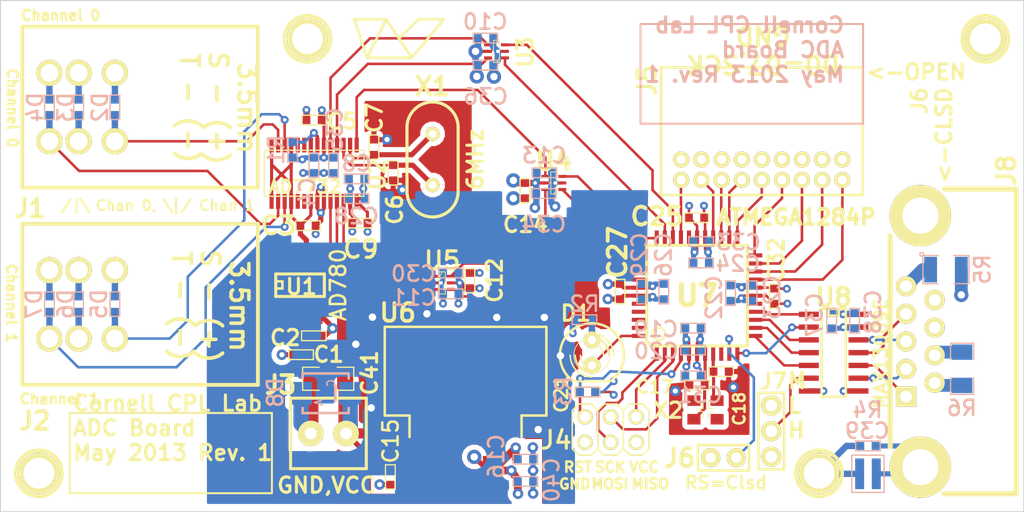
<source format=kicad_pcb>
(kicad_pcb (version 3) (host pcbnew "(2013-04-19 BZR 4011)-stable")
  (layers (15 F.Cu signal hide) (2 GND.Cu power hide) (1 Power.Cu power hide) (0 B.Cu signal hide) (18 B.Paste user hide) (19 F.Paste user hide) (20 B.SilkS user hide) (21 F.SilkS user hide) (22 B.Mask user hide) (23 F.Mask user hide) (28 Edge.Cuts user))
  (net 0 "")
  (net 1 +5V)
  (net 2 /AIN0+)
  (net 3 /AIN0-)
  (net 4 /AIN1+)
  (net 5 /AIN1-)
  (net 6 /CS)
  (net 7 /CS_Buf)
  (net 8 /DATA_CLK)
  (net 9 /DIN)
  (net 10 /DIN_Buf)
  (net 11 /DOUT)
  (net 12 /DOUT_Buf)
  (net 13 /D_EN)
  (net 14 /H/F)
  (net 15 /MISO)
  (net 16 /MOSI)
  (net 17 /RDY)
  (net 18 /RDY_Buf)
  (net 19 /RST)
  (net 20 /RST_Buf)
  (net 21 /RXD+)
  (net 22 /RXD-)
  (net 23 /R_EN)
  (net 24 /RxD)
  (net 25 /SCK)
  (net 26 /SCLK)
  (net 27 /SCLK_Buf)
  (net 28 /TXD+)
  (net 29 /TXD-)
  (net 30 /TxD)
  (net 31 GND)
  (net 32 N-0000016)
  (net 33 N-0000017)
  (net 34 N-0000023)
  (net 35 N-0000024)
  (net 36 N-0000031)
  (net 37 N-0000032)
  (net 38 N-0000033)
  (net 39 N-0000034)
  (net 40 N-0000035)
  (net 41 N-0000036)
  (net 42 N-0000037)
  (net 43 N-0000038)
  (net 44 N-0000039)
  (net 45 N-0000040)
  (net 46 N-0000041)
  (net 47 N-0000042)
  (net 48 N-0000044)
  (net 49 N-0000048)
  (net 50 N-0000049)
  (net 51 N-0000059)
  (net 52 N-0000062)
  (net 53 N-0000063)
  (net 54 N-0000065)
  (net 55 N-0000067)
  (net 56 N-0000068)
  (net 57 N-0000069)
  (net 58 N-0000070)
  (module tssop-28 (layer F.Cu) (at 201.9808 180.0352 180)
    (fp_text reference U2 (at -6.2738 -0.1524 270) (layer F.SilkS) (effects (font (size 1.524 1.524) (thickness 0.3048))))
    (fp_text value AD7732 (at 0.9144 -1.3462 180) (layer F.SilkS) (effects (font (size 1.27 1.27) (thickness 0.254))))
    (pad 7 smd rect (at -0.32512 2.79908 180) (size 0.4191 1.47066) (layers F.Cu F.Paste F.Mask) (net 48 N-0000044))
    (pad 8 smd rect (at 0.32512 2.79908 180) (size 0.4191 1.47066) (layers F.Cu F.Paste F.Mask) (net 48 N-0000044))
    (pad 9 smd rect (at 0.97536 2.79908 180) (size 0.4191 1.47066) (layers F.Cu F.Paste F.Mask))
    (pad 10 smd rect (at 1.6256 2.79908 180) (size 0.4191 1.47066) (layers F.Cu F.Paste F.Mask))
    (pad 25 smd rect (at -2.26568 -2.794 180) (size 0.4191 1.47066) (layers F.Cu F.Paste F.Mask) (net 11 /DOUT))
    (pad 4 smd rect (at -2.27584 2.79908 180) (size 0.4191 1.47066) (layers F.Cu F.Paste F.Mask) (net 6 /CS))
    (pad 5 smd rect (at -1.6256 2.79908 180) (size 0.4191 1.47066) (layers F.Cu F.Paste F.Mask) (net 19 /RST))
    (pad 6 smd rect (at -0.97536 2.79908 180) (size 0.4191 1.47066) (layers F.Cu F.Paste F.Mask) (net 1 +5V))
    (pad 18 smd rect (at 2.27584 -2.79908 180) (size 0.4191 1.47066) (layers F.Cu F.Paste F.Mask) (net 33 N-0000017))
    (pad 19 smd rect (at 1.6256 -2.79908 180) (size 0.4191 1.47066) (layers F.Cu F.Paste F.Mask))
    (pad 20 smd rect (at 0.97536 -2.79908 180) (size 0.4191 1.47066) (layers F.Cu F.Paste F.Mask))
    (pad 21 smd rect (at 0.32512 -2.79908 180) (size 0.4191 1.47066) (layers F.Cu F.Paste F.Mask) (net 33 N-0000017))
    (pad 22 smd rect (at -0.32512 -2.79908 180) (size 0.4191 1.47066) (layers F.Cu F.Paste F.Mask) (net 31 GND))
    (pad 23 smd rect (at -0.97536 -2.79908 180) (size 0.4191 1.47066) (layers F.Cu F.Paste F.Mask) (net 31 GND))
    (pad 11 smd rect (at 2.27584 2.79908 180) (size 0.4191 1.47066) (layers F.Cu F.Paste F.Mask) (net 33 N-0000017))
    (pad 24 smd rect (at -1.6256 -2.794 180) (size 0.4191 1.47066) (layers F.Cu F.Paste F.Mask) (net 17 /RDY))
    (pad 3 smd rect (at -2.92608 2.79908 180) (size 0.4191 1.47066) (layers F.Cu F.Paste F.Mask) (net 46 N-0000041))
    (pad 12 smd rect (at 2.92608 2.79908 180) (size 0.4191 1.47066) (layers F.Cu F.Paste F.Mask) (net 4 /AIN1+))
    (pad 17 smd rect (at 2.92608 -2.79908 180) (size 0.4191 1.47066) (layers F.Cu F.Paste F.Mask) (net 5 /AIN1-))
    (pad 26 smd rect (at -2.92608 -2.79908 180) (size 0.4191 1.47066) (layers F.Cu F.Paste F.Mask) (net 9 /DIN))
    (pad 2 smd rect (at -3.57378 2.79908 180) (size 0.4191 1.47066) (layers F.Cu F.Paste F.Mask) (net 47 N-0000042))
    (pad 13 smd rect (at 3.57378 2.79908 180) (size 0.4191 1.47066) (layers F.Cu F.Paste F.Mask) (net 2 /AIN0+))
    (pad 16 smd rect (at 3.57378 -2.79908 180) (size 0.4191 1.47066) (layers F.Cu F.Paste F.Mask) (net 3 /AIN0-))
    (pad 27 smd rect (at -3.57378 -2.79908 180) (size 0.4191 1.47066) (layers F.Cu F.Paste F.Mask) (net 1 +5V))
    (pad 1 smd rect (at -4.22402 2.79908 180) (size 0.4191 1.47066) (layers F.Cu F.Paste F.Mask) (net 26 /SCLK))
    (pad 14 smd rect (at 4.22402 2.79908 180) (size 0.4191 1.47066) (layers F.Cu F.Paste F.Mask) (net 33 N-0000017))
    (pad 15 smd rect (at 4.22402 -2.79908 180) (size 0.4191 1.47066) (layers F.Cu F.Paste F.Mask) (net 33 N-0000017))
    (pad 28 smd rect (at -4.22402 -2.79908 180) (size 0.4191 1.47066) (layers F.Cu F.Paste F.Mask) (net 31 GND))
  )
  (module TQFP44 (layer F.Cu) (at 240.0046 192.2018 90)
    (fp_text reference U7 (at 0 0 180) (layer F.SilkS) (effects (font (size 2.032 2.032) (thickness 0.508))))
    (fp_text value ATMEGA1284P (at 7.7978 9.8552 180) (layer F.SilkS) (effects (font (size 1.524 1.524) (thickness 0.381))))
    (pad 39 smd rect (at 0 -5.715 90) (size 0.4064 1.524) (layers F.Cu F.Paste F.Mask) (net 31 GND))
    (pad 40 smd rect (at -0.8001 -5.715 90) (size 0.4064 1.524) (layers F.Cu F.Paste F.Mask))
    (pad 41 smd rect (at -1.6002 -5.715 90) (size 0.4064 1.524) (layers F.Cu F.Paste F.Mask))
    (pad 42 smd rect (at -2.4003 -5.715 90) (size 0.4064 1.524) (layers F.Cu F.Paste F.Mask))
    (pad 43 smd rect (at -3.2004 -5.715 90) (size 0.4064 1.524) (layers F.Cu F.Paste F.Mask))
    (pad 44 smd rect (at -4.0005 -5.715 90) (size 0.4064 1.524) (layers F.Cu F.Paste F.Mask) (net 45 N-0000040))
    (pad 38 smd rect (at 0.8001 -5.715 90) (size 0.4064 1.524) (layers F.Cu F.Paste F.Mask) (net 1 +5V))
    (pad 37 smd rect (at 1.6002 -5.715 90) (size 0.4064 1.524) (layers F.Cu F.Paste F.Mask))
    (pad 36 smd rect (at 2.4003 -5.715 90) (size 0.4064 1.524) (layers F.Cu F.Paste F.Mask) (net 18 /RDY_Buf))
    (pad 35 smd rect (at 3.2004 -5.715 90) (size 0.4064 1.524) (layers F.Cu F.Paste F.Mask) (net 12 /DOUT_Buf))
    (pad 34 smd rect (at 4.0005 -5.715 90) (size 0.4064 1.524) (layers F.Cu F.Paste F.Mask) (net 10 /DIN_Buf))
    (pad 17 smd rect (at 0 5.715 90) (size 0.4064 1.524) (layers F.Cu F.Paste F.Mask) (net 1 +5V))
    (pad 16 smd rect (at -0.8001 5.715 90) (size 0.4064 1.524) (layers F.Cu F.Paste F.Mask))
    (pad 15 smd rect (at -1.6002 5.715 90) (size 0.4064 1.524) (layers F.Cu F.Paste F.Mask) (net 14 /H/F))
    (pad 14 smd rect (at -2.4003 5.715 90) (size 0.4064 1.524) (layers F.Cu F.Paste F.Mask) (net 23 /R_EN))
    (pad 13 smd rect (at -3.2004 5.715 90) (size 0.4064 1.524) (layers F.Cu F.Paste F.Mask) (net 13 /D_EN))
    (pad 12 smd rect (at -4.0005 5.715 90) (size 0.4064 1.524) (layers F.Cu F.Paste F.Mask) (net 30 /TxD))
    (pad 18 smd rect (at 0.8001 5.715 90) (size 0.4064 1.524) (layers F.Cu F.Paste F.Mask) (net 31 GND))
    (pad 19 smd rect (at 1.6002 5.715 90) (size 0.4064 1.524) (layers F.Cu F.Paste F.Mask) (net 36 N-0000031))
    (pad 20 smd rect (at 2.4003 5.715 90) (size 0.4064 1.524) (layers F.Cu F.Paste F.Mask) (net 37 N-0000032))
    (pad 21 smd rect (at 3.2004 5.715 90) (size 0.4064 1.524) (layers F.Cu F.Paste F.Mask) (net 38 N-0000033))
    (pad 22 smd rect (at 4.0005 5.715 90) (size 0.4064 1.524) (layers F.Cu F.Paste F.Mask) (net 39 N-0000034))
    (pad 6 smd rect (at -5.715 0 90) (size 1.524 0.4064) (layers F.Cu F.Paste F.Mask) (net 31 GND))
    (pad 28 smd rect (at 5.715 0 90) (size 1.524 0.4064) (layers F.Cu F.Paste F.Mask) (net 31 GND))
    (pad 7 smd rect (at -5.715 0.8001 90) (size 1.524 0.4064) (layers F.Cu F.Paste F.Mask) (net 52 N-0000062))
    (pad 27 smd rect (at 5.715 0.8001 90) (size 1.524 0.4064) (layers F.Cu F.Paste F.Mask) (net 1 +5V))
    (pad 26 smd rect (at 5.715 1.6002 90) (size 1.524 0.4064) (layers F.Cu F.Paste F.Mask) (net 43 N-0000038))
    (pad 8 smd rect (at -5.715 1.6002 90) (size 1.524 0.4064) (layers F.Cu F.Paste F.Mask) (net 54 N-0000065))
    (pad 9 smd rect (at -5.715 2.4003 90) (size 1.524 0.4064) (layers F.Cu F.Paste F.Mask))
    (pad 25 smd rect (at 5.715 2.4003 90) (size 1.524 0.4064) (layers F.Cu F.Paste F.Mask) (net 42 N-0000037))
    (pad 24 smd rect (at 5.715 3.2004 90) (size 1.524 0.4064) (layers F.Cu F.Paste F.Mask) (net 41 N-0000036))
    (pad 10 smd rect (at -5.715 3.2004 90) (size 1.524 0.4064) (layers F.Cu F.Paste F.Mask) (net 55 N-0000067))
    (pad 11 smd rect (at -5.715 4.0005 90) (size 1.524 0.4064) (layers F.Cu F.Paste F.Mask) (net 24 /RxD))
    (pad 23 smd rect (at 5.715 4.0005 90) (size 1.524 0.4064) (layers F.Cu F.Paste F.Mask) (net 40 N-0000035))
    (pad 29 smd rect (at 5.715 -0.8001 90) (size 1.524 0.4064) (layers F.Cu F.Paste F.Mask))
    (pad 5 smd rect (at -5.715 -0.8001 90) (size 1.524 0.4064) (layers F.Cu F.Paste F.Mask) (net 1 +5V))
    (pad 4 smd rect (at -5.715 -1.6002 90) (size 1.524 0.4064) (layers F.Cu F.Paste F.Mask) (net 53 N-0000063))
    (pad 30 smd rect (at 5.715 -1.6002 90) (size 1.524 0.4064) (layers F.Cu F.Paste F.Mask) (net 8 /DATA_CLK))
    (pad 31 smd rect (at 5.715 -2.4003 90) (size 1.524 0.4064) (layers F.Cu F.Paste F.Mask) (net 20 /RST_Buf))
    (pad 3 smd rect (at -5.715 -2.4003 90) (size 1.524 0.4064) (layers F.Cu F.Paste F.Mask) (net 25 /SCK))
    (pad 2 smd rect (at -5.715 -3.2004 90) (size 1.524 0.4064) (layers F.Cu F.Paste F.Mask) (net 15 /MISO))
    (pad 32 smd rect (at 5.715 -3.2004 90) (size 1.524 0.4064) (layers F.Cu F.Paste F.Mask) (net 7 /CS_Buf))
    (pad 33 smd rect (at 5.715 -4.0005 90) (size 1.524 0.4064) (layers F.Cu F.Paste F.Mask) (net 27 /SCLK_Buf))
    (pad 1 smd rect (at -5.715 -4.0005 90) (size 1.524 0.4064) (layers F.Cu F.Paste F.Mask) (net 16 /MOSI))
  )
  (module Terminal_Block_2_-_1751248 (layer F.Cu) (at 203.4032 205.8924)
    (fp_text reference J3 (at -4.7498 -4.826) (layer F.SilkS) (effects (font (size 1.778 1.778) (thickness 0.381))))
    (fp_text value CONN_2 hide)
    (pad 1 thru_hole circle (at -1.7526 0) (size 2.54 2.54) (drill 1.1684) (layers *.Cu *.Mask F.SilkS) (net 31 GND))
    (pad 2 thru_hole circle (at 1.7526 0) (size 2.54 2.54) (drill 1.1684) (layers *.Cu *.Mask F.SilkS) (net 51 N-0000059))
  )
  (module SOT363-6_S (layer F.Cu) (at 220.091 167.9194 90)
    (fp_text reference U3 (at -0.0762 2.8448 90) (layer F.SilkS) (effects (font (size 1.524 1.524) (thickness 0.3048))))
    (fp_text value 74HC2G17GW hide)
    (pad 6 smd rect (at -0.65 -0.84 90) (size 0.29972 0.79) (layers F.Cu F.Paste F.Mask) (net 6 /CS))
    (pad 5 smd rect (at 0 -0.84 90) (size 0.29972 0.79) (layers F.Cu F.Paste F.Mask) (net 1 +5V))
    (pad 4 smd rect (at 0.65 -0.84 90) (size 0.29972 0.79) (layers F.Cu F.Paste F.Mask) (net 19 /RST))
    (pad 3 smd rect (at 0.65 0.84 90) (size 0.29972 0.79) (layers F.Cu F.Paste F.Mask) (net 20 /RST_Buf))
    (pad 2 smd rect (at 0 0.84 90) (size 0.29972 0.79) (layers F.Cu F.Paste F.Mask) (net 31 GND))
    (pad 1 smd rect (at -0.65 0.84 90) (size 0.29972 0.79) (layers F.Cu F.Paste F.Mask) (net 7 /CS_Buf))
  )
  (module SOT363-6_S (layer F.Cu) (at 214.7062 190.9318 270)
    (fp_text reference U5 (at -2.2098 0 360) (layer F.SilkS) (effects (font (size 1.778 1.778) (thickness 0.3302))))
    (fp_text value 74HC2G17GW hide)
    (pad 6 smd rect (at -0.65 -0.84 270) (size 0.29972 0.79) (layers F.Cu F.Paste F.Mask) (net 12 /DOUT_Buf))
    (pad 5 smd rect (at 0 -0.84 270) (size 0.29972 0.79) (layers F.Cu F.Paste F.Mask) (net 1 +5V))
    (pad 4 smd rect (at 0.65 -0.84 270) (size 0.29972 0.79) (layers F.Cu F.Paste F.Mask) (net 18 /RDY_Buf))
    (pad 3 smd rect (at 0.65 0.84 270) (size 0.29972 0.79) (layers F.Cu F.Paste F.Mask) (net 17 /RDY))
    (pad 2 smd rect (at 0 0.84 270) (size 0.29972 0.79) (layers F.Cu F.Paste F.Mask) (net 31 GND))
    (pad 1 smd rect (at -0.65 0.84 270) (size 0.29972 0.79) (layers F.Cu F.Paste F.Mask) (net 11 /DOUT))
  )
  (module SOT363-6_S (layer F.Cu) (at 225.7806 181.0004 90)
    (fp_text reference U4 (at 2.159 0 180) (layer F.SilkS) (effects (font (size 1.778 1.778) (thickness 0.381))))
    (fp_text value 74HC2G17GW hide)
    (pad 6 smd rect (at -0.65 -0.84 90) (size 0.29972 0.79) (layers F.Cu F.Paste F.Mask) (net 9 /DIN))
    (pad 5 smd rect (at 0 -0.84 90) (size 0.29972 0.79) (layers F.Cu F.Paste F.Mask) (net 1 +5V))
    (pad 4 smd rect (at 0.65 -0.84 90) (size 0.29972 0.79) (layers F.Cu F.Paste F.Mask) (net 26 /SCLK))
    (pad 3 smd rect (at 0.65 0.84 90) (size 0.29972 0.79) (layers F.Cu F.Paste F.Mask) (net 27 /SCLK_Buf))
    (pad 2 smd rect (at 0 0.84 90) (size 0.29972 0.79) (layers F.Cu F.Paste F.Mask) (net 31 GND))
    (pad 1 smd rect (at -0.65 0.84 90) (size 0.29972 0.79) (layers F.Cu F.Paste F.Mask) (net 10 /DIN_Buf))
  )
  (module SOIC8-0.050in (layer F.Cu) (at 200.533 191.135)
    (fp_text reference U1 (at 0.1778 0.1778) (layer F.SilkS) (effects (font (size 1.524 1.524) (thickness 0.3048))))
    (fp_text value AD780 (at 3.8354 -0.0254 90) (layer F.SilkS) (effects (font (size 1.524 1.524) (thickness 0.254))))
    (pad 1 smd rect (at -1.8542 2.8702) (size 0.6604 2.032) (layers F.Cu F.Paste F.Mask))
    (pad 2 smd rect (at -0.5842 2.8702) (size 0.6604 2.032) (layers F.Cu F.Paste F.Mask) (net 1 +5V))
    (pad 3 smd rect (at 0.6858 2.8702) (size 0.6604 2.032) (layers F.Cu F.Paste F.Mask) (net 34 N-0000023))
    (pad 4 smd rect (at 1.9558 2.8702) (size 0.6604 2.032) (layers F.Cu F.Paste F.Mask) (net 31 GND))
    (pad 8 smd rect (at -1.8542 -2.8448) (size 0.6604 2.032) (layers F.Cu F.Paste F.Mask))
    (pad 7 smd rect (at -0.5842 -2.8448) (size 0.6604 2.032) (layers F.Cu F.Paste F.Mask))
    (pad 6 smd rect (at 0.6858 -2.8448) (size 0.6604 2.032) (layers F.Cu F.Paste F.Mask) (net 33 N-0000017))
    (pad 5 smd rect (at 1.9558 -2.8448) (size 0.6604 2.032) (layers F.Cu F.Paste F.Mask))
  )
  (module SO14_S (layer F.Cu) (at 253.5682 197.866 270)
    (fp_text reference U8 (at -5.4864 0 360) (layer F.SilkS) (effects (font (size 1.778 1.778) (thickness 0.381))))
    (fp_text value MAX13089E (at 0.0762 -4.6736 270) (layer F.SilkS) (effects (font (size 1.27 1.27) (thickness 0.254))))
    (pad 1 smd rect (at -3.81 2.4638 270) (size 0.5334 1.9812) (layers F.Cu F.Paste F.Mask) (net 14 /H/F))
    (pad 2 smd rect (at -2.54 2.4638 270) (size 0.5334 1.9812) (layers F.Cu F.Paste F.Mask) (net 24 /RxD))
    (pad 3 smd rect (at -1.27 2.4638 270) (size 0.5334 1.9812) (layers F.Cu F.Paste F.Mask) (net 23 /R_EN))
    (pad 4 smd rect (at 0 2.4638 270) (size 0.5334 1.9812) (layers F.Cu F.Paste F.Mask) (net 13 /D_EN))
    (pad 5 smd rect (at 1.27 2.4638 270) (size 0.5334 1.9812) (layers F.Cu F.Paste F.Mask) (net 30 /TxD))
    (pad 6 smd rect (at 2.54 2.4638 270) (size 0.5334 1.9812) (layers F.Cu F.Paste F.Mask) (net 49 N-0000048))
    (pad 7 smd rect (at 3.81 2.4638 270) (size 0.5334 1.9812) (layers F.Cu F.Paste F.Mask) (net 31 GND))
    (pad 8 smd rect (at 3.81 -2.4638 270) (size 0.5334 1.9812) (layers F.Cu F.Paste F.Mask) (net 31 GND))
    (pad 9 smd rect (at 2.54 -2.4638 270) (size 0.5334 1.9812) (layers F.Cu F.Paste F.Mask) (net 28 /TXD+))
    (pad 10 smd rect (at 1.27 -2.4638 270) (size 0.5334 1.9812) (layers F.Cu F.Paste F.Mask) (net 29 /TXD-))
    (pad 11 smd rect (at 0 -2.4638 270) (size 0.5334 1.9812) (layers F.Cu F.Paste F.Mask) (net 22 /RXD-))
    (pad 12 smd rect (at -1.27 -2.4638 270) (size 0.5334 1.9812) (layers F.Cu F.Paste F.Mask) (net 21 /RXD+))
    (pad 13 smd rect (at -2.54 -2.4638 270) (size 0.5334 1.9812) (layers F.Cu F.Paste F.Mask) (net 31 GND))
    (pad 14 smd rect (at -3.81 -2.4638 270) (size 0.5334 1.9812) (layers F.Cu F.Paste F.Mask) (net 1 +5V))
  )
  (module SM1210 (layer B.Cu) (at 264.7188 189.611)
    (fp_text reference R5 (at 3.6322 -0.0254 90) (layer B.SilkS) (effects (font (size 1.524 1.524) (thickness 0.254)) (justify mirror)))
    (fp_text value 100 hide)
    (pad 1 smd rect (at -1.524 0) (size 1.27 2.54) (layers B.Cu B.Paste B.Mask) (net 58 N-0000070))
    (pad 2 smd rect (at 1.524 0) (size 1.27 2.54) (layers B.Cu B.Paste B.Mask) (net 31 GND))
  )
  (module SM1206 (layer F.Cu) (at 203.3778 200.4568 180)
    (fp_text reference C41 (at -4.1148 0.5842 270) (layer F.SilkS) (effects (font (size 1.524 1.524) (thickness 0.3048))))
    (fp_text value 10uF hide)
    (pad 1 smd rect (at -1.651 0 180) (size 1.524 2.032) (layers F.Cu F.Paste F.Mask) (net 51 N-0000059))
    (pad 2 smd rect (at 1.651 0 180) (size 1.524 2.032) (layers F.Cu F.Paste F.Mask) (net 31 GND))
  )
  (module SM1206 (layer B.Cu) (at 266.319 199.4662 90)
    (fp_text reference R6 (at -3.9116 -0.0254 180) (layer B.SilkS) (effects (font (size 1.524 1.524) (thickness 0.254)) (justify mirror)))
    (fp_text value 120 hide)
    (pad 1 smd rect (at -1.651 0 90) (size 1.524 2.032) (layers B.Cu B.Paste B.Mask) (net 56 N-0000068))
    (pad 2 smd rect (at 1.651 0 90) (size 1.524 2.032) (layers B.Cu B.Paste B.Mask) (net 57 N-0000069))
  )
  (module SM0612 (layer B.Cu) (at 256.9718 209.9056 180)
    (fp_text reference C39 (at 0.0762 4.2672 180) (layer B.SilkS) (effects (font (size 1.524 1.524) (thickness 0.254)) (justify mirror)))
    (fp_text value 47nF hide)
    (pad 1 smd rect (at -0.8255 0 180) (size 0.889 3.048) (layers B.Cu B.Paste B.Mask) (net 50 N-0000049))
    (pad 2 smd rect (at 0.8255 0 180) (size 0.889 3.048) (layers B.Cu B.Paste B.Mask) (net 31 GND))
  )
  (module SM0603_S (layer B.Cu) (at 239.5982 195.4276)
    (fp_text reference C19 (at -3.683 0.1016) (layer B.SilkS) (effects (font (size 1.524 1.524) (thickness 0.254)) (justify mirror)))
    (fp_text value 1uF hide)
    (pad 1 smd rect (at -0.7493 0) (size 0.762 0.7874) (layers B.Cu B.Paste B.Mask) (net 1 +5V))
    (pad 2 smd rect (at 0.7493 0) (size 0.762 0.7874) (layers B.Cu B.Paste B.Mask) (net 31 GND))
  )
  (module SM0603_S (layer F.Cu) (at 247.6754 192.2526 90)
    (fp_text reference C32 (at 3.6068 0.2032 90) (layer F.SilkS) (effects (font (size 1.524 1.524) (thickness 0.3048))))
    (fp_text value 0.1uF hide)
    (pad 1 smd rect (at -0.7493 0 90) (size 0.762 0.7874) (layers F.Cu F.Paste F.Mask) (net 1 +5V))
    (pad 2 smd rect (at 0.7493 0 90) (size 0.762 0.7874) (layers F.Cu F.Paste F.Mask) (net 31 GND))
  )
  (module SM0603_S (layer B.Cu) (at 239.5982 197.612)
    (fp_text reference C20 (at -3.6322 0.1016) (layer B.SilkS) (effects (font (size 1.524 1.524) (thickness 0.254)) (justify mirror)))
    (fp_text value 10uF hide)
    (pad 1 smd rect (at -0.7493 0) (size 0.762 0.7874) (layers B.Cu B.Paste B.Mask) (net 1 +5V))
    (pad 2 smd rect (at 0.7493 0) (size 0.762 0.7874) (layers B.Cu B.Paste B.Mask) (net 31 GND))
  )
  (module SM0603_S (layer B.Cu) (at 245.4656 191.9478 90)
    (fp_text reference C23 (at -0.4318 2.0066 90) (layer B.SilkS) (effects (font (size 1.524 1.524) (thickness 0.254)) (justify mirror)))
    (fp_text value 10uF hide)
    (pad 1 smd rect (at -0.7493 0 90) (size 0.762 0.7874) (layers B.Cu B.Paste B.Mask) (net 1 +5V))
    (pad 2 smd rect (at 0.7493 0 90) (size 0.762 0.7874) (layers B.Cu B.Paste B.Mask) (net 31 GND))
  )
  (module SM0603_S (layer B.Cu) (at 239.5982 200.1774)
    (fp_text reference C31 (at 0.7112 1.905) (layer B.SilkS) (effects (font (size 1.524 1.524) (thickness 0.254)) (justify mirror)))
    (fp_text value 0.1uF hide)
    (pad 1 smd rect (at -0.7493 0) (size 0.762 0.7874) (layers B.Cu B.Paste B.Mask) (net 1 +5V))
    (pad 2 smd rect (at 0.7493 0) (size 0.762 0.7874) (layers B.Cu B.Paste B.Mask) (net 31 GND))
  )
  (module SM0603_S (layer B.Cu) (at 243.332 191.9478 90)
    (fp_text reference C22 (at -0.4572 -1.651 90) (layer B.SilkS) (effects (font (size 1.524 1.524) (thickness 0.254)) (justify mirror)))
    (fp_text value 1uF hide)
    (pad 1 smd rect (at -0.7493 0 90) (size 0.762 0.7874) (layers B.Cu B.Paste B.Mask) (net 1 +5V))
    (pad 2 smd rect (at 0.7493 0 90) (size 0.762 0.7874) (layers B.Cu B.Paste B.Mask) (net 31 GND))
  )
  (module SM0603_S (layer B.Cu) (at 240.411 188.9506 180)
    (fp_text reference C24 (at -3.6576 -0.0762 180) (layer B.SilkS) (effects (font (size 1.524 1.524) (thickness 0.254)) (justify mirror)))
    (fp_text value 1uF hide)
    (pad 1 smd rect (at -0.7493 0 180) (size 0.762 0.7874) (layers B.Cu B.Paste B.Mask) (net 1 +5V))
    (pad 2 smd rect (at 0.7493 0 180) (size 0.762 0.7874) (layers B.Cu B.Paste B.Mask) (net 31 GND))
  )
  (module SM0603_S (layer F.Cu) (at 239.9538 184.4548 180)
    (fp_text reference C25 (at 3.937 0.127 180) (layer F.SilkS) (effects (font (size 1.778 1.778) (thickness 0.381))))
    (fp_text value 10uF hide)
    (pad 1 smd rect (at -0.7493 0 180) (size 0.762 0.7874) (layers F.Cu F.Paste F.Mask) (net 1 +5V))
    (pad 2 smd rect (at 0.7493 0 180) (size 0.762 0.7874) (layers F.Cu F.Paste F.Mask) (net 31 GND))
  )
  (module SM0603_S (layer F.Cu) (at 201.9808 174.752 180)
    (fp_text reference C5 (at -2.7686 -0.127 180) (layer F.SilkS) (effects (font (size 1.524 1.524) (thickness 0.3048))))
    (fp_text value 10uF hide)
    (pad 1 smd rect (at -0.7493 0 180) (size 0.762 0.7874) (layers F.Cu F.Paste F.Mask) (net 1 +5V))
    (pad 2 smd rect (at 0.7493 0 180) (size 0.762 0.7874) (layers F.Cu F.Paste F.Mask) (net 31 GND))
  )
  (module SM0603_S (layer B.Cu) (at 206.1972 180.594)
    (fp_text reference C8 (at 0 -1.524) (layer B.SilkS) (effects (font (size 1.524 1.524) (thickness 0.254)) (justify mirror)))
    (fp_text value 1uF hide)
    (pad 1 smd rect (at -0.7493 0) (size 0.762 0.7874) (layers B.Cu B.Paste B.Mask) (net 1 +5V))
    (pad 2 smd rect (at 0.7493 0) (size 0.762 0.7874) (layers B.Cu B.Paste B.Mask) (net 31 GND))
  )
  (module SM0603_S (layer B.Cu) (at 240.411 186.817 180)
    (fp_text reference C33 (at -3.7084 -0.0762 180) (layer B.SilkS) (effects (font (size 1.524 1.524) (thickness 0.254)) (justify mirror)))
    (fp_text value 0.1uF hide)
    (pad 1 smd rect (at -0.7493 0 180) (size 0.762 0.7874) (layers B.Cu B.Paste B.Mask) (net 1 +5V))
    (pad 2 smd rect (at 0.7493 0 180) (size 0.762 0.7874) (layers B.Cu B.Paste B.Mask) (net 31 GND))
  )
  (module SM0603_S (layer F.Cu) (at 206.5274 184.9882)
    (fp_text reference C9 (at 0.1016 2.5908) (layer F.SilkS) (effects (font (size 1.778 1.778) (thickness 0.3302))))
    (fp_text value 10uF hide)
    (pad 1 smd rect (at -0.7493 0) (size 0.762 0.7874) (layers F.Cu F.Paste F.Mask) (net 1 +5V))
    (pad 2 smd rect (at 0.7493 0) (size 0.762 0.7874) (layers F.Cu F.Paste F.Mask) (net 31 GND))
  )
  (module SM0603_S (layer F.Cu) (at 201.3712 185.2422)
    (fp_text reference C3 (at -2.9464 0) (layer F.SilkS) (effects (font (size 1.778 1.778) (thickness 0.3302))))
    (fp_text value 0.47uF hide)
    (pad 1 smd rect (at -0.7493 0) (size 0.762 0.7874) (layers F.Cu F.Paste F.Mask) (net 33 N-0000017))
    (pad 2 smd rect (at 0.7493 0) (size 0.762 0.7874) (layers F.Cu F.Paste F.Mask) (net 31 GND))
  )
  (module SM0603_S (layer F.Cu) (at 201.9554 196.1896)
    (fp_text reference C2 (at -2.8448 0.2032) (layer F.SilkS) (effects (font (size 1.524 1.524) (thickness 0.3048))))
    (fp_text value 1nF hide)
    (pad 1 smd rect (at -0.7493 0) (size 0.762 0.7874) (layers F.Cu F.Paste F.Mask) (net 34 N-0000023))
    (pad 2 smd rect (at 0.7493 0) (size 0.762 0.7874) (layers F.Cu F.Paste F.Mask) (net 31 GND))
  )
  (module SM0603_S (layer F.Cu) (at 200.6854 198.0692)
    (fp_text reference C1 (at 2.7432 -0.0254) (layer F.SilkS) (effects (font (size 1.524 1.524) (thickness 0.3048))))
    (fp_text value 1uF hide)
    (pad 1 smd rect (at -0.7493 0) (size 0.762 0.7874) (layers F.Cu F.Paste F.Mask) (net 1 +5V))
    (pad 2 smd rect (at 0.7493 0) (size 0.762 0.7874) (layers F.Cu F.Paste F.Mask) (net 31 GND))
  )
  (module SM0603_S (layer B.Cu) (at 182.1994 193.04 90)
    (fp_text reference D5 (at 0 -1.58 90) (layer B.SilkS) (effects (font (size 1.524 1.524) (thickness 0.254)) (justify mirror)))
    (fp_text value TVS hide)
    (pad 1 smd rect (at -0.7493 0 90) (size 0.762 0.7874) (layers B.Cu B.Paste B.Mask) (net 4 /AIN1+))
    (pad 2 smd rect (at 0.7493 0 90) (size 0.762 0.7874) (layers B.Cu B.Paste B.Mask) (net 31 GND))
  )
  (module SM0603_S (layer B.Cu) (at 178.5994 193.04 90)
    (fp_text reference D6 (at 0 -1.282 90) (layer B.SilkS) (effects (font (size 1.524 1.524) (thickness 0.254)) (justify mirror)))
    (fp_text value TVS hide)
    (pad 1 smd rect (at -0.7493 0 90) (size 0.762 0.7874) (layers B.Cu B.Paste B.Mask) (net 35 N-0000024))
    (pad 2 smd rect (at 0.7493 0 90) (size 0.762 0.7874) (layers B.Cu B.Paste B.Mask) (net 31 GND))
  )
  (module SM0603_S (layer B.Cu) (at 175.6994 193.04 90)
    (fp_text reference D7 (at 0 -1.5316 90) (layer B.SilkS) (effects (font (size 1.524 1.524) (thickness 0.254)) (justify mirror)))
    (fp_text value TVS hide)
    (pad 1 smd rect (at -0.7493 0 90) (size 0.762 0.7874) (layers B.Cu B.Paste B.Mask) (net 5 /AIN1-))
    (pad 2 smd rect (at 0.7493 0 90) (size 0.762 0.7874) (layers B.Cu B.Paste B.Mask) (net 31 GND))
  )
  (module SM0603_S (layer B.Cu) (at 182.1994 173.482 90)
    (fp_text reference D2 (at 0 -1.4784 90) (layer B.SilkS) (effects (font (size 1.524 1.524) (thickness 0.254)) (justify mirror)))
    (fp_text value TVS hide)
    (pad 1 smd rect (at -0.7493 0 90) (size 0.762 0.7874) (layers B.Cu B.Paste B.Mask) (net 2 /AIN0+))
    (pad 2 smd rect (at 0.7493 0 90) (size 0.762 0.7874) (layers B.Cu B.Paste B.Mask) (net 31 GND))
  )
  (module SM0603_S (layer B.Cu) (at 178.5994 173.482 90)
    (fp_text reference D3 (at 0 -1.282 90) (layer B.SilkS) (effects (font (size 1.524 1.524) (thickness 0.254)) (justify mirror)))
    (fp_text value TVS hide)
    (pad 1 smd rect (at -0.7493 0 90) (size 0.762 0.7874) (layers B.Cu B.Paste B.Mask) (net 32 N-0000016))
    (pad 2 smd rect (at 0.7493 0 90) (size 0.762 0.7874) (layers B.Cu B.Paste B.Mask) (net 31 GND))
  )
  (module SM0603_S (layer B.Cu) (at 175.6994 173.482 90)
    (fp_text reference D4 (at 0 -1.4046 90) (layer B.SilkS) (effects (font (size 1.524 1.524) (thickness 0.254)) (justify mirror)))
    (fp_text value TVS hide)
    (pad 1 smd rect (at -0.7493 0 90) (size 0.762 0.7874) (layers B.Cu B.Paste B.Mask) (net 3 /AIN0-))
    (pad 2 smd rect (at 0.7493 0 90) (size 0.762 0.7874) (layers B.Cu B.Paste B.Mask) (net 31 GND))
  )
  (module SM0603_S (layer B.Cu) (at 199.8472 177.6984 90)
    (fp_text reference R1 (at 0 -1.6256 90) (layer B.SilkS) (effects (font (size 1.524 1.524) (thickness 0.254)) (justify mirror)))
    (fp_text value 4.7k hide)
    (pad 1 smd rect (at -0.7493 0 90) (size 0.762 0.7874) (layers B.Cu B.Paste B.Mask) (net 1 +5V))
    (pad 2 smd rect (at 0.7493 0 90) (size 0.762 0.7874) (layers B.Cu B.Paste B.Mask) (net 48 N-0000044))
  )
  (module SM0603_S (layer F.Cu) (at 209.8294 179.9844 270)
    (fp_text reference C6 (at 3.6576 -0.1524 270) (layer F.SilkS) (effects (font (size 1.524 1.524) (thickness 0.3048))))
    (fp_text value 30pF hide)
    (pad 1 smd rect (at -0.7493 0 270) (size 0.762 0.7874) (layers F.Cu F.Paste F.Mask) (net 46 N-0000041))
    (pad 2 smd rect (at 0.7493 0 270) (size 0.762 0.7874) (layers F.Cu F.Paste F.Mask) (net 31 GND))
  )
  (module SM0603_S (layer F.Cu) (at 207.9244 177.4444 90)
    (fp_text reference C7 (at 2.921 0.0508 90) (layer F.SilkS) (effects (font (size 1.524 1.524) (thickness 0.3048))))
    (fp_text value 30pF hide)
    (pad 1 smd rect (at -0.7493 0 90) (size 0.762 0.7874) (layers F.Cu F.Paste F.Mask) (net 47 N-0000042))
    (pad 2 smd rect (at 0.7493 0 90) (size 0.762 0.7874) (layers F.Cu F.Paste F.Mask) (net 31 GND))
  )
  (module SM0603_S (layer B.Cu) (at 206.1972 182.5498)
    (fp_text reference C28 (at 0 1.7526) (layer B.SilkS) (effects (font (size 1.524 1.524) (thickness 0.254)) (justify mirror)))
    (fp_text value 0.1uF hide)
    (pad 1 smd rect (at -0.7493 0) (size 0.762 0.7874) (layers B.Cu B.Paste B.Mask) (net 1 +5V))
    (pad 2 smd rect (at 0.7493 0) (size 0.762 0.7874) (layers B.Cu B.Paste B.Mask) (net 31 GND))
  )
  (module SM0603_S (layer B.Cu) (at 255.651 194.691 270)
    (fp_text reference C38 (at -0.8636 -1.8288 270) (layer B.SilkS) (effects (font (size 1.524 1.524) (thickness 0.254)) (justify mirror)))
    (fp_text value 100nF hide)
    (pad 1 smd rect (at -0.7493 0 270) (size 0.762 0.7874) (layers B.Cu B.Paste B.Mask) (net 1 +5V))
    (pad 2 smd rect (at 0.7493 0 270) (size 0.762 0.7874) (layers B.Cu B.Paste B.Mask) (net 31 GND))
  )
  (module SM0603_S (layer F.Cu) (at 209.55 210.2358 270)
    (fp_text reference C15 (at -3.5814 -0.0254 270) (layer F.SilkS) (effects (font (size 1.524 1.524) (thickness 0.254))))
    (fp_text value 0.33uF hide)
    (pad 1 smd rect (at -0.7493 0 270) (size 0.762 0.7874) (layers F.Cu F.Paste F.Mask) (net 51 N-0000059))
    (pad 2 smd rect (at 0.7493 0 270) (size 0.762 0.7874) (layers F.Cu F.Paste F.Mask) (net 31 GND))
  )
  (module SM0603_S (layer B.Cu) (at 215.5444 192.024 180)
    (fp_text reference C11 (at 3.6576 -0.381 180) (layer B.SilkS) (effects (font (size 1.524 1.524) (thickness 0.254)) (justify mirror)))
    (fp_text value 1uF hide)
    (pad 1 smd rect (at -0.7493 0 180) (size 0.762 0.7874) (layers B.Cu B.Paste B.Mask) (net 1 +5V))
    (pad 2 smd rect (at 0.7493 0 180) (size 0.762 0.7874) (layers B.Cu B.Paste B.Mask) (net 31 GND))
  )
  (module SM0603_S (layer B.Cu) (at 222.9612 208.4578)
    (fp_text reference C16 (at -2.8956 -0.2794 90) (layer B.SilkS) (effects (font (size 1.524 1.524) (thickness 0.254)) (justify mirror)))
    (fp_text value 0.33uF hide)
    (pad 1 smd rect (at -0.7493 0) (size 0.762 0.7874) (layers B.Cu B.Paste B.Mask) (net 1 +5V))
    (pad 2 smd rect (at 0.7493 0) (size 0.762 0.7874) (layers B.Cu B.Paste B.Mask) (net 31 GND))
  )
  (module SM0603_S (layer B.Cu) (at 222.9612 210.6676)
    (fp_text reference C40 (at 2.5908 -0.1524 90) (layer B.SilkS) (effects (font (size 1.524 1.524) (thickness 0.254)) (justify mirror)))
    (fp_text value 10uF hide)
    (pad 1 smd rect (at -0.7493 0) (size 0.762 0.7874) (layers B.Cu B.Paste B.Mask) (net 1 +5V))
    (pad 2 smd rect (at 0.7493 0) (size 0.762 0.7874) (layers B.Cu B.Paste B.Mask) (net 31 GND))
  )
  (module SM0603_S (layer B.Cu) (at 234.5182 191.7954 270)
    (fp_text reference C29 (at -3.6576 0.2032 270) (layer B.SilkS) (effects (font (size 1.524 1.524) (thickness 0.254)) (justify mirror)))
    (fp_text value 0.1uF hide)
    (pad 1 smd rect (at -0.7493 0 270) (size 0.762 0.7874) (layers B.Cu B.Paste B.Mask) (net 1 +5V))
    (pad 2 smd rect (at 0.7493 0 270) (size 0.762 0.7874) (layers B.Cu B.Paste B.Mask) (net 31 GND))
  )
  (module SM0603_S (layer F.Cu) (at 232.3592 191.7954 270)
    (fp_text reference C27 (at -3.9116 0.254 270) (layer F.SilkS) (effects (font (size 1.778 1.778) (thickness 0.381))))
    (fp_text value 10uF hide)
    (pad 1 smd rect (at -0.7493 0 270) (size 0.762 0.7874) (layers F.Cu F.Paste F.Mask) (net 1 +5V))
    (pad 2 smd rect (at 0.7493 0 270) (size 0.762 0.7874) (layers F.Cu F.Paste F.Mask) (net 31 GND))
  )
  (module SM0603_S (layer B.Cu) (at 236.7026 191.7954 270)
    (fp_text reference C26 (at -3.6576 0.0254 270) (layer B.SilkS) (effects (font (size 1.524 1.524) (thickness 0.254)) (justify mirror)))
    (fp_text value 1uF hide)
    (pad 1 smd rect (at -0.7493 0 270) (size 0.762 0.7874) (layers B.Cu B.Paste B.Mask) (net 1 +5V))
    (pad 2 smd rect (at 0.7493 0 270) (size 0.762 0.7874) (layers B.Cu B.Paste B.Mask) (net 31 GND))
  )
  (module SM0603_S (layer B.Cu) (at 224.79 182.0418)
    (fp_text reference C34 (at 0 3.0734) (layer B.SilkS) (effects (font (size 1.524 1.524) (thickness 0.254)) (justify mirror)))
    (fp_text value 0.1uF hide)
    (pad 1 smd rect (at -0.7493 0) (size 0.762 0.7874) (layers B.Cu B.Paste B.Mask) (net 1 +5V))
    (pad 2 smd rect (at 0.7493 0) (size 0.762 0.7874) (layers B.Cu B.Paste B.Mask) (net 31 GND))
  )
  (module SM0603_S (layer F.Cu) (at 222.9104 181.7624 270)
    (fp_text reference C14 (at 3.3782 -0.0508 360) (layer F.SilkS) (effects (font (size 1.524 1.524) (thickness 0.3048))))
    (fp_text value 10uF hide)
    (pad 1 smd rect (at -0.7493 0 270) (size 0.762 0.7874) (layers F.Cu F.Paste F.Mask) (net 1 +5V))
    (pad 2 smd rect (at 0.7493 0 270) (size 0.762 0.7874) (layers F.Cu F.Paste F.Mask) (net 31 GND))
  )
  (module SM0603_S (layer B.Cu) (at 224.8408 179.9844)
    (fp_text reference C13 (at 0 -1.7272) (layer B.SilkS) (effects (font (size 1.524 1.524) (thickness 0.254)) (justify mirror)))
    (fp_text value 1uF hide)
    (pad 1 smd rect (at -0.7493 0) (size 0.762 0.7874) (layers B.Cu B.Paste B.Mask) (net 1 +5V))
    (pad 2 smd rect (at 0.7493 0) (size 0.762 0.7874) (layers B.Cu B.Paste B.Mask) (net 31 GND))
  )
  (module SM0603_S (layer B.Cu) (at 218.9988 169.291)
    (fp_text reference C36 (at 0.0254 3.1242) (layer B.SilkS) (effects (font (size 1.524 1.524) (thickness 0.254)) (justify mirror)))
    (fp_text value 0.1uF hide)
    (pad 1 smd rect (at -0.7493 0) (size 0.762 0.7874) (layers B.Cu B.Paste B.Mask) (net 1 +5V))
    (pad 2 smd rect (at 0.7493 0) (size 0.762 0.7874) (layers B.Cu B.Paste B.Mask) (net 31 GND))
  )
  (module SM0603_S (layer B.Cu) (at 218.9988 166.5986)
    (fp_text reference C10 (at -0.0254 -1.6256) (layer B.SilkS) (effects (font (size 1.524 1.524) (thickness 0.254)) (justify mirror)))
    (fp_text value 10uF hide)
    (pad 1 smd rect (at -0.7493 0) (size 0.762 0.7874) (layers B.Cu B.Paste B.Mask) (net 1 +5V))
    (pad 2 smd rect (at 0.7493 0) (size 0.762 0.7874) (layers B.Cu B.Paste B.Mask) (net 31 GND))
  )
  (module SM0603_S (layer B.Cu) (at 253.365 194.691 270)
    (fp_text reference C37 (at -0.5588 1.7018 270) (layer B.SilkS) (effects (font (size 1.524 1.524) (thickness 0.254)) (justify mirror)))
    (fp_text value 10uF hide)
    (pad 1 smd rect (at -0.7493 0 270) (size 0.762 0.7874) (layers B.Cu B.Paste B.Mask) (net 1 +5V))
    (pad 2 smd rect (at 0.7493 0 270) (size 0.762 0.7874) (layers B.Cu B.Paste B.Mask) (net 31 GND))
  )
  (module SM0603_S (layer B.Cu) (at 228.8286 194.5894)
    (fp_text reference R2 (at 0 -1.5748) (layer B.SilkS) (effects (font (size 1.524 1.524) (thickness 0.254)) (justify mirror)))
    (fp_text value 300 hide)
    (pad 1 smd rect (at -0.7493 0) (size 0.762 0.7874) (layers B.Cu B.Paste B.Mask) (net 1 +5V))
    (pad 2 smd rect (at 0.7493 0) (size 0.762 0.7874) (layers B.Cu B.Paste B.Mask) (net 44 N-0000039))
  )
  (module SM0603_S (layer B.Cu) (at 256.9718 207.137 180)
    (fp_text reference R4 (at 0.0508 3.5814 180) (layer B.SilkS) (effects (font (size 1.524 1.524) (thickness 0.254)) (justify mirror)))
    (fp_text value 1M hide)
    (pad 1 smd rect (at -0.7493 0 180) (size 0.762 0.7874) (layers B.Cu B.Paste B.Mask) (net 50 N-0000049))
    (pad 2 smd rect (at 0.7493 0 180) (size 0.762 0.7874) (layers B.Cu B.Paste B.Mask) (net 31 GND))
  )
  (module SM0603_S (layer F.Cu) (at 217.4494 190.7032 90)
    (fp_text reference C12 (at 0.0254 2.4384 90) (layer F.SilkS) (effects (font (size 1.524 1.524) (thickness 0.3048))))
    (fp_text value 10uF hide)
    (pad 1 smd rect (at -0.7493 0 90) (size 0.762 0.7874) (layers F.Cu F.Paste F.Mask) (net 1 +5V))
    (pad 2 smd rect (at 0.7493 0 90) (size 0.762 0.7874) (layers F.Cu F.Paste F.Mask) (net 31 GND))
  )
  (module SM0603_S (layer B.Cu) (at 215.5444 189.9412 180)
    (fp_text reference C30 (at 3.7084 -0.0762 180) (layer B.SilkS) (effects (font (size 1.524 1.524) (thickness 0.254)) (justify mirror)))
    (fp_text value 0.1uF hide)
    (pad 1 smd rect (at -0.7493 0 180) (size 0.762 0.7874) (layers B.Cu B.Paste B.Mask) (net 1 +5V))
    (pad 2 smd rect (at 0.7493 0 180) (size 0.762 0.7874) (layers B.Cu B.Paste B.Mask) (net 31 GND))
  )
  (module SM0603_S (layer B.Cu) (at 201.9554 179.2478 270)
    (fp_text reference C4 (at 2.6924 0.6604 270) (layer B.SilkS) (effects (font (size 1.524 1.524) (thickness 0.254)) (justify mirror)))
    (fp_text value 1uF hide)
    (pad 1 smd rect (at -0.7493 0 270) (size 0.762 0.7874) (layers B.Cu B.Paste B.Mask) (net 1 +5V))
    (pad 2 smd rect (at 0.7493 0 270) (size 0.762 0.7874) (layers B.Cu B.Paste B.Mask) (net 31 GND))
  )
  (module SM0603_S (layer B.Cu) (at 229.1334 201.7776 180)
    (fp_text reference R3 (at 2.3876 0.0762 270) (layer B.SilkS) (effects (font (size 1.524 1.524) (thickness 0.254)) (justify mirror)))
    (fp_text value 4.7k hide)
    (pad 1 smd rect (at -0.7493 0 180) (size 0.762 0.7874) (layers B.Cu B.Paste B.Mask) (net 1 +5V))
    (pad 2 smd rect (at 0.7493 0 180) (size 0.762 0.7874) (layers B.Cu B.Paste B.Mask) (net 53 N-0000063))
  )
  (module SM0603_S (layer F.Cu) (at 229.1334 201.7776)
    (fp_text reference C21 (at -2.6162 0.2032 90) (layer F.SilkS) (effects (font (size 1.27 1.27) (thickness 0.254))))
    (fp_text value 0.1uF hide)
    (pad 1 smd rect (at -0.7493 0) (size 0.762 0.7874) (layers F.Cu F.Paste F.Mask) (net 53 N-0000063))
    (pad 2 smd rect (at 0.7493 0) (size 0.762 0.7874) (layers F.Cu F.Paste F.Mask) (net 31 GND))
  )
  (module SM0603_S (layer F.Cu) (at 240.0046 201.0664 180)
    (fp_text reference C17 (at 4.191 -0.2032 180) (layer F.SilkS) (effects (font (size 1.27 1.27) (thickness 0.254))))
    (fp_text value 6pF hide)
    (pad 1 smd rect (at -0.7493 0 180) (size 0.762 0.7874) (layers F.Cu F.Paste F.Mask) (net 52 N-0000062))
    (pad 2 smd rect (at 0.7493 0 180) (size 0.762 0.7874) (layers F.Cu F.Paste F.Mask) (net 31 GND))
  )
  (module SM0603_S (layer F.Cu) (at 242.3922 199.7456)
    (fp_text reference C18 (at 1.8034 3.7084 90) (layer F.SilkS) (effects (font (size 1.143 1.143) (thickness 0.254))))
    (fp_text value 6pF hide)
    (pad 1 smd rect (at -0.7493 0) (size 0.762 0.7874) (layers F.Cu F.Paste F.Mask) (net 54 N-0000065))
    (pad 2 smd rect (at 0.7493 0) (size 0.762 0.7874) (layers F.Cu F.Paste F.Mask) (net 31 GND))
  )
  (module SM0603_S (layer B.Cu) (at 203.9112 179.2478 270)
    (fp_text reference C35 (at -3.5306 -0.127 270) (layer B.SilkS) (effects (font (size 1.524 1.524) (thickness 0.254)) (justify mirror)))
    (fp_text value 0.1uF hide)
    (pad 1 smd rect (at -0.7493 0 270) (size 0.762 0.7874) (layers B.Cu B.Paste B.Mask) (net 1 +5V))
    (pad 2 smd rect (at 0.7493 0 270) (size 0.762 0.7874) (layers B.Cu B.Paste B.Mask) (net 31 GND))
  )
  (module SIP3_-_961103-6804-AR (layer F.Cu) (at 247.3706 205.6638 270)
    (fp_text reference J7 (at -4.953 -0.2286 360) (layer F.SilkS) (effects (font (size 1.524 1.524) (thickness 0.3048))))
    (fp_text value BAUD hide)
    (pad 1 thru_hole circle (at -2.54 0 270) (size 2.0066 2.0066) (drill 1.1684) (layers *.Cu *.Mask F.SilkS) (net 1 +5V))
    (pad 2 thru_hole circle (at 0 0 270) (size 2.0066 2.0066) (drill 1.1684) (layers *.Cu *.Mask F.SilkS) (net 49 N-0000048))
    (pad 3 thru_hole circle (at 2.54 0 270) (size 2.0066 2.0066) (drill 1.1684) (layers *.Cu *.Mask F.SilkS) (net 31 GND))
  )
  (module SIP2 (layer F.Cu) (at 242.6208 208.3054 180)
    (fp_text reference J6 (at 4.3434 -0.0254 180) (layer F.SilkS) (effects (font (size 1.778 1.778) (thickness 0.381))))
    (fp_text value Protocol hide)
    (pad 1 thru_hole circle (at -1.27 0 180) (size 1.905 1.905) (drill 1.016) (layers *.Cu *.Mask F.SilkS) (net 55 N-0000067))
    (pad 2 thru_hole circle (at 1.27 0 180) (size 1.905 1.905) (drill 1.016) (layers *.Cu *.Mask F.SilkS) (net 31 GND))
  )
  (module LED-5MM (layer F.Cu) (at 229.5652 197.866 270)
    (fp_text reference D1 (at -3.9116 1.6002 360) (layer F.SilkS) (effects (font (size 1.524 1.524) (thickness 0.3048))))
    (fp_text value LED hide)
    (pad 1 thru_hole circle (at -1.27 0 270) (size 1.6764 1.6764) (drill 0.8128) (layers *.Cu *.Mask F.SilkS) (net 44 N-0000039))
    (pad 2 thru_hole circle (at 1.27 0 270) (size 1.6764 1.6764) (drill 0.8128) (layers *.Cu *.Mask F.SilkS) (net 45 N-0000040))
  )
  (module HC-49V (layer F.Cu) (at 213.741 178.6636 270)
    (fp_text reference X1 (at -7.2644 0.0254 360) (layer F.SilkS) (effects (font (size 1.778 1.778) (thickness 0.381))))
    (fp_text value 6MHz (at 0 -4.2418 270) (layer F.SilkS) (effects (font (size 1.524 1.524) (thickness 0.3048))))
    (pad 1 thru_hole circle (at -2.54 0 270) (size 1.4224 1.4224) (drill 0.762) (layers *.Cu *.Mask F.SilkS) (net 47 N-0000042))
    (pad 2 thru_hole circle (at 2.54 0 270) (size 1.4224 1.4224) (drill 0.762) (layers *.Cu *.Mask F.SilkS) (net 46 N-0000041))
  )
  (module "DO-214AA_(SMB_J-Bend)" (layer B.Cu) (at 203.1238 201.9046 180)
    (fp_text reference D8 (at 5.0038 0.0762 270) (layer B.SilkS) (effects (font (size 1.524 1.524) (thickness 0.254)) (justify mirror)))
    (fp_text value TVS hide)
    (fp_text user A (at 0.6858 -0.9144 450) (layer B.SilkS) (effects (font (size 0.762 0.762) (thickness 0.127)) (justify mirror)))
    (fp_text user C (at -0.5334 1.016 450) (layer B.SilkS) (effects (font (size 0.762 0.762) (thickness 0.127)) (justify mirror)))
    (pad 1 smd rect (at -2.4384 0 180) (size 2.159 2.2606) (layers B.Cu B.Paste B.Mask) (net 51 N-0000059))
    (pad 2 smd rect (at 2.4384 0 180) (size 2.159 2.2606) (layers B.Cu B.Paste B.Mask) (net 31 GND))
  )
  (module DB9M-10090097-P094VLF (layer F.Cu) (at 262.1788 196.7484 270)
    (fp_text reference J8 (at -16.9926 -8.5344 270) (layer F.SilkS) (effects (font (size 1.778 1.778) (thickness 0.381))))
    (fp_text value DB9_SHIELD hide)
    (pad 11 thru_hole circle (at 12.4968 0 270) (size 6.096 6.096) (drill 3.5814) (layers *.Cu *.Mask F.SilkS) (net 50 N-0000049))
    (pad 10 thru_hole circle (at -12.4968 0 270) (size 6.096 6.096) (drill 3.5814) (layers *.Cu *.Mask F.SilkS))
    (pad 1 thru_hole rect (at 5.4864 1.4224 270) (size 2.0066 2.0066) (drill 1.1684) (layers *.Cu *.Mask F.SilkS) (net 29 /TXD-))
    (pad 2 thru_hole circle (at 2.7432 1.4224 270) (size 2.0066 2.0066) (drill 1.1684) (layers *.Cu *.Mask F.SilkS) (net 28 /TXD+))
    (pad 3 thru_hole circle (at 0 1.4224 270) (size 2.0066 2.0066) (drill 1.1684) (layers *.Cu *.Mask F.SilkS) (net 21 /RXD+))
    (pad 4 thru_hole circle (at -2.7432 1.4224 270) (size 2.0066 2.0066) (drill 1.1684) (layers *.Cu *.Mask F.SilkS) (net 22 /RXD-))
    (pad 5 thru_hole circle (at -5.4864 1.4224 270) (size 2.0066 2.0066) (drill 1.1684) (layers *.Cu *.Mask F.SilkS) (net 58 N-0000070))
    (pad 9 thru_hole circle (at -4.1148 -1.4224 270) (size 2.0066 2.0066) (drill 1.1684) (layers *.Cu *.Mask F.SilkS))
    (pad 8 thru_hole circle (at -1.3716 -1.4224 270) (size 2.0066 2.0066) (drill 1.1684) (layers *.Cu *.Mask F.SilkS))
    (pad 7 thru_hole circle (at 1.3716 -1.4224 270) (size 2.0066 2.0066) (drill 1.1684) (layers *.Cu *.Mask F.SilkS) (net 57 N-0000069))
    (pad 6 thru_hole circle (at 4.1148 -1.4224 270) (size 2.0066 2.0066) (drill 1.1684) (layers *.Cu *.Mask F.SilkS) (net 56 N-0000068))
  )
  (module D2Pak_w_7106DG_heatsink (layer F.Cu) (at 217.0176 209.7786)
    (fp_text reference U6 (at -6.731 -15.875) (layer F.SilkS) (effects (font (size 1.778 1.778) (thickness 0.3556))))
    (fp_text value 7805_SMD hide)
    (pad 4 smd rect (at 6.5278 -10.033) (size 2.54 8.382) (layers F.Cu F.Paste F.Mask) (net 31 GND))
    (pad 4 smd rect (at -6.5278 -10.033) (size 2.54 8.382) (layers F.Cu F.Paste F.Mask) (net 31 GND))
    (pad 1 smd rect (at -2.54 0) (size 1.651 3.302) (layers F.Cu F.Paste F.Mask) (net 51 N-0000059))
    (pad 4 smd rect (at 0 -8.89) (size 10.668 10.668) (layers F.Cu F.Paste F.Mask) (net 31 GND))
    (pad 3 smd rect (at 2.54 0) (size 1.651 3.302) (layers F.Cu F.Paste F.Mask) (net 1 +5V))
  )
  (module ACJM-NH35 (layer F.Cu) (at 172.9994 193.0654 180)
    (fp_text reference J2 (at -1.2446 -11.5824 180) (layer F.SilkS) (effects (font (size 1.778 1.778) (thickness 0.381))))
    (fp_text value ACJM-NH35 hide)
    (pad 1 thru_hole circle (at -2.7 3.4 180) (size 2.6 2.6) (drill 1.75) (layers *.Cu *.Mask F.SilkS) (net 31 GND))
    (pad 4 thru_hole circle (at -2.7 -3.4 180) (size 2.6 2.6) (drill 1.75) (layers *.Cu *.Mask F.SilkS) (net 5 /AIN1-))
    (pad 5 thru_hole circle (at -5.6 -3.4 180) (size 2.6 2.6) (drill 1.75) (layers *.Cu *.Mask F.SilkS) (net 35 N-0000024))
    (pad 6 thru_hole circle (at -9.2 -3.4 180) (size 2.6 2.6) (drill 1.75) (layers *.Cu *.Mask F.SilkS) (net 4 /AIN1+))
    (pad 2 thru_hole circle (at -5.6 3.4 180) (size 2.6 2.6) (drill 1.75) (layers *.Cu *.Mask F.SilkS) (net 31 GND))
    (pad 3 thru_hole circle (at -9.2 3.4 180) (size 2.6 2.6) (drill 1.75) (layers *.Cu *.Mask F.SilkS) (net 31 GND))
  )
  (module ACJM-NH35 (layer F.Cu) (at 172.9994 173.4566 180)
    (fp_text reference J1 (at -0.7874 -10.0584 180) (layer F.SilkS) (effects (font (size 1.778 1.778) (thickness 0.381))))
    (fp_text value ACJM-NH35 hide)
    (pad 1 thru_hole circle (at -2.7 3.4 180) (size 2.6 2.6) (drill 1.75) (layers *.Cu *.Mask F.SilkS) (net 31 GND))
    (pad 4 thru_hole circle (at -2.7 -3.4 180) (size 2.6 2.6) (drill 1.75) (layers *.Cu *.Mask F.SilkS) (net 3 /AIN0-))
    (pad 5 thru_hole circle (at -5.6 -3.4 180) (size 2.6 2.6) (drill 1.75) (layers *.Cu *.Mask F.SilkS) (net 32 N-0000016))
    (pad 6 thru_hole circle (at -9.2 -3.4 180) (size 2.6 2.6) (drill 1.75) (layers *.Cu *.Mask F.SilkS) (net 2 /AIN0+))
    (pad 2 thru_hole circle (at -5.6 3.4 180) (size 2.6 2.6) (drill 1.75) (layers *.Cu *.Mask F.SilkS) (net 31 GND))
    (pad 3 thru_hole circle (at -9.2 3.4 180) (size 2.6 2.6) (drill 1.75) (layers *.Cu *.Mask F.SilkS) (net 31 GND))
  )
  (module 4-SMD (layer F.Cu) (at 240.8428 203.5556 180)
    (fp_text reference X2 (at 3.7084 -0.0508 180) (layer F.SilkS) (effects (font (size 1.524 1.524) (thickness 0.3048))))
    (fp_text value 20MHz hide)
    (pad 2 smd rect (at -1.15 -0.925 180) (size 1.3 1.05) (layers F.Cu F.Paste F.Mask))
    (pad 3 smd rect (at -1.15 0.925 180) (size 1.3 1.05) (layers F.Cu F.Paste F.Mask) (net 54 N-0000065))
    (pad 1 smd rect (at 1.15 -0.925 180) (size 1.3 1.05) (layers F.Cu F.Paste F.Mask) (net 52 N-0000062))
    (pad 4 smd rect (at 1.15 0.925 180) (size 1.3 1.05) (layers F.Cu F.Paste F.Mask))
  )
  (module 2X03Pin (layer F.Cu) (at 231.4194 205.5114 180)
    (fp_text reference J4 (at 5.4102 -1.0414 180) (layer F.SilkS) (effects (font (size 1.778 1.778) (thickness 0.3048))))
    (fp_text value CONN_6 hide)
    (pad 1 thru_hole circle (at -2.54 1.27 180) (size 1.524 1.524) (drill 1.016) (layers *.Cu *.Mask F.SilkS) (net 15 /MISO))
    (pad 2 thru_hole circle (at -2.54 -1.27 180) (size 1.524 1.524) (drill 1.016) (layers *.Cu *.Mask F.SilkS) (net 1 +5V))
    (pad 3 thru_hole circle (at 0 1.27 180) (size 1.524 1.524) (drill 1.016) (layers *.Cu *.Mask F.SilkS) (net 25 /SCK))
    (pad 4 thru_hole circle (at 0 -1.27 180) (size 1.524 1.524) (drill 1.016) (layers *.Cu *.Mask F.SilkS) (net 16 /MOSI))
    (pad 5 thru_hole circle (at 2.54 1.27 180) (size 1.524 1.524) (drill 1.016) (layers *.Cu *.Mask F.SilkS) (net 53 N-0000063))
    (pad 6 thru_hole circle (at 2.54 -1.27 180) (size 1.524 1.524) (drill 1.016) (layers *.Cu *.Mask F.SilkS) (net 31 GND))
  )
  (module 1pin (layer F.Cu) (at 252.1204 209.8548)
    (fp_text reference W1 hide)
    (fp_text value CONN_1 hide)
    (pad 1 thru_hole circle (at 0 0) (size 4.064 4.064) (drill 3.048) (layers *.Cu *.Mask F.SilkS) (net 31 GND))
  )
  (module DF11-18DP-2DS (layer F.Cu) (at 246.4308 179.6796 180)
    (fp_text reference J5 (at 11.4046 8.8646 270) (layer F.SilkS) (effects (font (size 1.778 1.778) (thickness 0.3302))))
    (fp_text value CONN_9X2_ hide)
    (pad 1 thru_hole circle (at -8.001 -1.016 180) (size 1.6002 1.6002) (drill 0.889) (layers *.Cu *.Mask F.SilkS) (net 36 N-0000031))
    (pad 2 thru_hole circle (at -5.9944 -1.016 180) (size 1.6002 1.6002) (drill 0.889) (layers *.Cu *.Mask F.SilkS) (net 37 N-0000032))
    (pad 3 thru_hole circle (at -3.9878 -1.016 180) (size 1.6002 1.6002) (drill 0.889) (layers *.Cu *.Mask F.SilkS) (net 38 N-0000033))
    (pad 4 thru_hole circle (at -2.0066 -1.016 180) (size 1.6002 1.6002) (drill 0.889) (layers *.Cu *.Mask F.SilkS) (net 39 N-0000034))
    (pad 5 thru_hole circle (at 0 -1.016 180) (size 1.6002 1.6002) (drill 0.889) (layers *.Cu *.Mask F.SilkS) (net 40 N-0000035))
    (pad 6 thru_hole circle (at 1.9812 -1.016 180) (size 1.6002 1.6002) (drill 0.889) (layers *.Cu *.Mask F.SilkS) (net 41 N-0000036))
    (pad 7 thru_hole circle (at 3.9878 -1.016 180) (size 1.6002 1.6002) (drill 0.889) (layers *.Cu *.Mask F.SilkS) (net 42 N-0000037))
    (pad 8 thru_hole circle (at 5.9944 -1.016 180) (size 1.6002 1.6002) (drill 0.889) (layers *.Cu *.Mask F.SilkS) (net 43 N-0000038))
    (pad 9 thru_hole circle (at 8.001 -1.016 180) (size 1.6002 1.6002) (drill 0.889) (layers *.Cu *.Mask F.SilkS) (net 8 /DATA_CLK))
    (pad 10 thru_hole circle (at -8.001 1.016 180) (size 1.6002 1.6002) (drill 0.889) (layers *.Cu *.Mask F.SilkS) (net 31 GND))
    (pad 11 thru_hole circle (at -5.9944 1.016 180) (size 1.6002 1.6002) (drill 0.889) (layers *.Cu *.Mask F.SilkS) (net 31 GND))
    (pad 12 thru_hole circle (at -3.9878 1.016 180) (size 1.6002 1.6002) (drill 0.889) (layers *.Cu *.Mask F.SilkS) (net 31 GND))
    (pad 13 thru_hole circle (at -2.0066 1.016 180) (size 1.6002 1.6002) (drill 0.889) (layers *.Cu *.Mask F.SilkS) (net 31 GND))
    (pad 14 thru_hole circle (at 0 1.016 180) (size 1.6002 1.6002) (drill 0.889) (layers *.Cu *.Mask F.SilkS) (net 31 GND))
    (pad 15 thru_hole circle (at 1.9812 1.016 180) (size 1.6002 1.6002) (drill 0.889) (layers *.Cu *.Mask F.SilkS) (net 31 GND))
    (pad 16 thru_hole circle (at 3.9878 1.016 180) (size 1.6002 1.6002) (drill 0.889) (layers *.Cu *.Mask F.SilkS) (net 31 GND))
    (pad 17 thru_hole circle (at 5.9944 1.016 180) (size 1.6002 1.6002) (drill 0.889) (layers *.Cu *.Mask F.SilkS) (net 31 GND))
    (pad 18 thru_hole circle (at 8.001 1.016 180) (size 1.6002 1.6002) (drill 0.889) (layers *.Cu *.Mask F.SilkS) (net 31 GND))
  )
  (module 1pin (layer F.Cu) (at 174.6504 209.8548)
    (fp_text reference 1PIN hide)
    (fp_text value P*** hide)
    (pad 1 thru_hole circle (at 0 0) (size 4.064 4.064) (drill 3.048) (layers *.Cu *.Mask F.SilkS))
  )
  (module 1pin (layer F.Cu) (at 201.3204 166.6748)
    (fp_text reference 1PIN hide)
    (fp_text value P*** hide)
    (pad 1 thru_hole circle (at 0 0) (size 4.064 4.064) (drill 3.048) (layers *.Cu *.Mask F.SilkS))
  )
  (module 1pin (layer F.Cu) (at 268.6304 166.6748)
    (fp_text reference 1PIN hide)
    (fp_text value P*** hide)
    (pad 1 thru_hole circle (at 0 0) (size 4.064 4.064) (drill 3.048) (layers *.Cu *.Mask F.SilkS))
  )
  (module Matt_logo (layer F.Cu) (at 211.6836 168.5544)
    (fp_text reference Matt_logo hide)
    (fp_text value VAL** hide)
  )
  (gr_line (start 256.4892 165.2016) (end 256.4892 165.5826) (angle 90) (layer B.SilkS) (width 0.2))
  (gr_line (start 234.3912 165.2016) (end 256.4892 165.2016) (angle 90) (layer B.SilkS) (width 0.2))
  (gr_line (start 256.4892 175.1076) (end 256.4892 165.5064) (angle 90) (layer B.SilkS) (width 0.2))
  (gr_line (start 234.3912 175.1076) (end 256.4892 175.1076) (angle 90) (layer B.SilkS) (width 0.2))
  (gr_line (start 234.3912 165.2016) (end 234.3912 175.1076) (angle 90) (layer B.SilkS) (width 0.2))
  (gr_text "Cornell CPL Lab\nADC Board\nMay 2013 Rev. 1" (at 254.7874 167.767) (layer B.SilkS) (effects (font (size 1.524 1.524) (thickness 0.3048)) (justify left mirror)))
  (gr_text "3.5mm\nS - (+)\nT - (-)" (at 191.6684 193.2432 270) (layer F.SilkS) (effects (font (size 1.778 1.778) (thickness 0.3556))))
  (gr_text "3.5mm\nS - (+)\nT - (-)" (at 192.4558 173.5582 270) (layer F.SilkS) (effects (font (size 1.778 1.778) (thickness 0.3556))))
  (gr_text "J6\n<-CLSD" (at 263.2964 171.323 90) (layer F.SilkS) (effects (font (size 1.524 1.524) (thickness 0.3048)) (justify right)))
  (gr_text <-OPEN (at 261.747 169.9768) (layer F.SilkS) (effects (font (size 1.524 1.524) (thickness 0.3048))))
  (gr_text "D0-D7,SCK\nGND" (at 246.5578 167.767 180) (layer F.SilkS) (effects (font (size 1.778 1.778) (thickness 0.3556))))
  (gr_line (start 177.7238 203.8604) (end 177.7238 204.0636) (angle 90) (layer F.SilkS) (width 0.2))
  (gr_line (start 197.7898 203.8604) (end 177.7238 203.8604) (angle 90) (layer F.SilkS) (width 0.2))
  (gr_line (start 197.7898 211.836) (end 197.7898 203.8604) (angle 90) (layer F.SilkS) (width 0.2))
  (gr_line (start 177.7238 211.836) (end 197.7898 211.836) (angle 90) (layer F.SilkS) (width 0.2))
  (gr_line (start 177.7238 203.9366) (end 177.7238 211.836) (angle 90) (layer F.SilkS) (width 0.2))
  (gr_text "Cornell CPL Lab\nADC Board\nMay 2013 Rev. 1" (at 177.8762 205.359) (layer F.SilkS) (effects (font (size 1.524 1.524) (thickness 0.3048)) (justify left)))
  (gr_text "M\nL\nH" (at 248.8438 203.1238) (layer F.SilkS) (effects (font (size 1.524 1.524) (thickness 0.3302)) (justify left)))
  (gr_text "/|\\ Chan 0, \\|/ Chan 1" (at 186.4614 183.2356) (layer F.SilkS) (effects (font (size 1.016 1.016) (thickness 0.2032))))
  (gr_text "Channel 1" (at 176.6824 202.4634) (layer F.SilkS) (effects (font (size 1.016 1.016) (thickness 0.254))))
  (gr_text "Channel 1" (at 171.9326 192.9638 270) (layer F.SilkS) (effects (font (size 1.016 1.016) (thickness 0.254))))
  (gr_text "Channel 0" (at 176.8094 164.338) (layer F.SilkS) (effects (font (size 1.016 1.016) (thickness 0.254))))
  (gr_text "Channel 0" (at 172.0088 173.5582 270) (layer F.SilkS) (effects (font (size 1.016 1.016) (thickness 0.254))))
  (gr_text GND,VCC (at 203.2 211.0486) (layer F.SilkS) (effects (font (size 1.524 1.524) (thickness 0.3048))))
  (gr_text RS=Clsd (at 242.8748 210.7946) (layer F.SilkS) (effects (font (size 1.27 1.27) (thickness 0.254))))
  (gr_text SCK (at 231.3686 209.2452) (layer F.SilkS) (effects (font (size 1.016 1.016) (thickness 0.254))))
  (gr_text VCC (at 234.7468 209.2452) (layer F.SilkS) (effects (font (size 1.016 1.016) (thickness 0.254))))
  (gr_text MOSI (at 231.3686 210.9216) (layer F.SilkS) (effects (font (size 1.016 1.016) (thickness 0.254))))
  (gr_text GND (at 227.8634 210.9216) (layer F.SilkS) (effects (font (size 1.016 1.016) (thickness 0.254))))
  (gr_text MISO (at 235.3818 210.9216) (layer F.SilkS) (effects (font (size 1.016 1.016) (thickness 0.254))))
  (gr_text RST (at 228.1682 209.2452) (layer F.SilkS) (effects (font (size 1.016 1.016) (thickness 0.254))))
  (gr_line (start 170.8404 213.6648) (end 170.8404 162.8648) (angle 90) (layer Edge.Cuts) (width 0.1))
  (gr_line (start 272.4404 213.6648) (end 170.8404 213.6648) (angle 90) (layer Edge.Cuts) (width 0.1))
  (gr_line (start 272.4404 162.8648) (end 272.4404 213.6648) (angle 90) (layer Edge.Cuts) (width 0.1))
  (gr_line (start 170.8404 162.8648) (end 272.4404 162.8648) (angle 90) (layer Edge.Cuts) (width 0.1))
  (segment (start 218.2495 169.291) (end 218.2495 170.2943) (width 0.635) (layer B.Cu) (net 1))
  (via (at 218.1352 170.4086) (size 1.4224) (drill 0.7366) (layers F.Cu B.Cu) (net 1))
  (segment (start 218.2495 170.2943) (end 218.1352 170.4086) (width 0.635) (layer B.Cu) (net 1))
  (segment (start 218.0082 167.9194) (end 218.0082 169.0497) (width 0.635) (layer B.Cu) (net 1))
  (segment (start 218.0082 169.0497) (end 218.2495 169.291) (width 0.635) (layer B.Cu) (net 1))
  (segment (start 218.2495 166.5986) (end 218.2495 167.6781) (width 0.635) (layer B.Cu) (net 1))
  (via (at 218.0082 167.9194) (size 1.4224) (drill 0.7366) (layers F.Cu B.Cu) (net 1))
  (segment (start 218.0082 167.9194) (end 219.251 167.9194) (width 0.3048) (layer F.Cu) (net 1))
  (segment (start 218.2495 167.6781) (end 218.0082 167.9194) (width 0.635) (layer B.Cu) (net 1))
  (segment (start 224.0407 182.0418) (end 224.0407 183.3245) (width 0.635) (layer B.Cu) (net 1))
  (via (at 223.901 183.4642) (size 1.0414) (drill 0.508) (layers F.Cu B.Cu) (net 1))
  (segment (start 224.0407 183.3245) (end 223.901 183.4642) (width 0.635) (layer B.Cu) (net 1))
  (segment (start 224.0407 182.0418) (end 224.0407 181.1147) (width 0.635) (layer B.Cu) (net 1))
  (segment (start 224.0407 181.1147) (end 223.9264 181.0004) (width 0.635) (layer B.Cu) (net 1))
  (segment (start 224.0915 179.9844) (end 224.0915 180.8353) (width 0.635) (layer B.Cu) (net 1))
  (via (at 223.9264 181.0004) (size 0.7874) (drill 0.3556) (layers F.Cu B.Cu) (net 1))
  (segment (start 224.0915 180.8353) (end 223.9264 181.0004) (width 0.635) (layer B.Cu) (net 1))
  (segment (start 222.9104 181.0131) (end 222.0341 181.0131) (width 0.635) (layer F.Cu) (net 1))
  (via (at 221.7674 180.7464) (size 1.4224) (drill 0.7366) (layers F.Cu B.Cu) (net 1))
  (segment (start 222.0341 181.0131) (end 221.7674 180.7464) (width 0.635) (layer F.Cu) (net 1))
  (segment (start 223.9264 181.0004) (end 222.9231 181.0004) (width 0.635) (layer F.Cu) (net 1))
  (segment (start 224.9406 181.0004) (end 223.9264 181.0004) (width 0.3048) (layer F.Cu) (net 1))
  (segment (start 222.9231 181.0004) (end 222.9104 181.0131) (width 0.635) (layer F.Cu) (net 1))
  (segment (start 228.0793 194.5894) (end 227.6602 195.0085) (width 0.635) (layer B.Cu) (net 1))
  (via (at 227.6602 195.9356) (size 0.7874) (drill 0.3556) (layers F.Cu B.Cu) (net 1))
  (segment (start 227.6602 195.0085) (end 227.6602 195.9356) (width 0.635) (layer B.Cu) (net 1))
  (segment (start 202.7301 174.752) (end 202.7301 173.7741) (width 0.635) (layer F.Cu) (net 1))
  (via (at 202.7428 173.7614) (size 0.7874) (drill 0.3556) (layers F.Cu B.Cu) (net 1))
  (segment (start 202.7301 173.7741) (end 202.7428 173.7614) (width 0.635) (layer F.Cu) (net 1))
  (segment (start 202.95616 177.23612) (end 202.95616 174.97806) (width 0.3048) (layer F.Cu) (net 1))
  (segment (start 202.95616 174.97806) (end 202.7301 174.752) (width 0.3048) (layer F.Cu) (net 1))
  (segment (start 200.8124 178.6636) (end 200.0631 178.6636) (width 0.508) (layer B.Cu) (net 1))
  (segment (start 200.9775 178.4985) (end 200.8124 178.6636) (width 0.508) (layer B.Cu) (net 1))
  (via (at 200.8124 178.6636) (size 0.7874) (drill 0.3556) (layers F.Cu B.Cu) (net 1))
  (segment (start 201.9554 178.4985) (end 200.9775 178.4985) (width 0.508) (layer B.Cu) (net 1))
  (segment (start 200.0631 178.6636) (end 199.8472 178.4477) (width 0.508) (layer B.Cu) (net 1))
  (segment (start 201.9554 178.4985) (end 202.9333 178.4985) (width 0.508) (layer B.Cu) (net 1))
  (segment (start 202.9333 178.4985) (end 202.946 178.4858) (width 0.508) (layer B.Cu) (net 1))
  (segment (start 203.9112 178.4985) (end 202.9587 178.4985) (width 0.508) (layer B.Cu) (net 1))
  (segment (start 202.95616 178.47564) (end 202.946 178.4858) (width 0.3048) (layer F.Cu) (net 1))
  (via (at 202.946 178.4858) (size 0.7874) (drill 0.3556) (layers F.Cu B.Cu) (net 1))
  (segment (start 202.95616 178.47564) (end 202.95616 177.23612) (width 0.3048) (layer F.Cu) (net 1))
  (segment (start 202.9587 178.4985) (end 202.946 178.4858) (width 0.508) (layer B.Cu) (net 1))
  (segment (start 205.4479 180.594) (end 205.5622 180.7083) (width 0.508) (layer B.Cu) (net 1))
  (segment (start 205.5622 180.7083) (end 205.5622 181.5592) (width 0.508) (layer B.Cu) (net 1))
  (segment (start 205.4479 182.5498) (end 205.5622 182.4355) (width 0.508) (layer B.Cu) (net 1))
  (segment (start 205.55458 181.56682) (end 205.5622 181.5592) (width 0.3048) (layer F.Cu) (net 1))
  (via (at 205.5622 181.5592) (size 0.7874) (drill 0.3556) (layers F.Cu B.Cu) (net 1))
  (segment (start 205.55458 181.56682) (end 205.55458 182.83428) (width 0.3048) (layer F.Cu) (net 1))
  (segment (start 205.5622 182.4355) (end 205.5622 181.5592) (width 0.508) (layer B.Cu) (net 1))
  (segment (start 205.7781 184.9882) (end 205.7781 185.8137) (width 0.508) (layer F.Cu) (net 1))
  (via (at 205.7654 185.8264) (size 0.7874) (drill 0.3556) (layers F.Cu B.Cu) (net 1))
  (segment (start 205.7781 185.8137) (end 205.7654 185.8264) (width 0.508) (layer F.Cu) (net 1))
  (segment (start 205.55458 182.83428) (end 205.55458 184.04078) (width 0.3048) (layer F.Cu) (net 1))
  (segment (start 205.7781 184.2643) (end 205.7781 184.9882) (width 0.3048) (layer F.Cu) (net 1))
  (segment (start 205.55458 184.04078) (end 205.7781 184.2643) (width 0.3048) (layer F.Cu) (net 1))
  (segment (start 217.4494 191.4525) (end 218.4019 191.4525) (width 0.508) (layer F.Cu) (net 1))
  (via (at 218.4146 191.4652) (size 0.7874) (drill 0.3556) (layers F.Cu B.Cu) (net 1))
  (segment (start 218.4019 191.4525) (end 218.4146 191.4652) (width 0.508) (layer F.Cu) (net 1))
  (segment (start 216.2937 192.024) (end 216.2937 192.9765) (width 0.508) (layer B.Cu) (net 1))
  (via (at 216.3064 192.9892) (size 0.7874) (drill 0.3556) (layers F.Cu B.Cu) (net 1))
  (segment (start 216.2937 192.9765) (end 216.3064 192.9892) (width 0.508) (layer B.Cu) (net 1))
  (segment (start 216.4334 190.9318) (end 216.4334 191.8843) (width 0.508) (layer B.Cu) (net 1))
  (segment (start 216.4334 191.8843) (end 216.2937 192.024) (width 0.508) (layer B.Cu) (net 1))
  (segment (start 216.2937 189.9412) (end 216.2937 190.7921) (width 0.508) (layer B.Cu) (net 1))
  (via (at 216.4334 190.9318) (size 0.7874) (drill 0.3556) (layers F.Cu B.Cu) (net 1))
  (segment (start 216.2937 190.7921) (end 216.4334 190.9318) (width 0.508) (layer B.Cu) (net 1))
  (segment (start 217.4494 191.4525) (end 216.9541 191.4525) (width 0.635) (layer F.Cu) (net 1))
  (segment (start 216.4334 190.9318) (end 215.5462 190.9318) (width 0.254) (layer F.Cu) (net 1))
  (segment (start 216.9541 191.4525) (end 216.4334 190.9318) (width 0.635) (layer F.Cu) (net 1))
  (segment (start 199.9361 198.0692) (end 198.7804 198.0692) (width 0.508) (layer F.Cu) (net 1))
  (via (at 198.7804 198.0692) (size 1.0414) (drill 0.508) (layers F.Cu B.Cu) (net 1))
  (segment (start 219.5576 209.7786) (end 219.4306 209.7786) (width 0.508) (layer F.Cu) (net 1))
  (via (at 217.8812 208.2292) (size 1.4224) (drill 0.7366) (layers F.Cu B.Cu) (net 1))
  (segment (start 219.4306 209.7786) (end 217.8812 208.2292) (width 0.508) (layer F.Cu) (net 1))
  (segment (start 234.5182 191.0461) (end 235.3691 191.0461) (width 0.508) (layer B.Cu) (net 1))
  (segment (start 235.3691 191.0461) (end 235.585 191.262) (width 0.508) (layer B.Cu) (net 1))
  (segment (start 236.7026 191.0461) (end 235.8009 191.0461) (width 0.508) (layer B.Cu) (net 1))
  (segment (start 235.4453 191.4017) (end 235.585 191.262) (width 0.381) (layer F.Cu) (net 1))
  (via (at 235.585 191.262) (size 0.7874) (drill 0.3556) (layers F.Cu B.Cu) (net 1))
  (segment (start 235.4453 191.4017) (end 234.2896 191.4017) (width 0.381) (layer F.Cu) (net 1))
  (segment (start 235.8009 191.0461) (end 235.585 191.262) (width 0.508) (layer B.Cu) (net 1))
  (segment (start 234.2896 191.4017) (end 232.7148 191.4017) (width 0.381) (layer F.Cu) (net 1))
  (segment (start 232.7148 191.4017) (end 232.3592 191.0461) (width 0.381) (layer F.Cu) (net 1))
  (segment (start 232.3592 191.0461) (end 231.1781 191.0461) (width 0.508) (layer F.Cu) (net 1))
  (via (at 231.1654 191.0588) (size 1.0414) (drill 0.508) (layers F.Cu B.Cu) (net 1))
  (segment (start 231.1781 191.0461) (end 231.1654 191.0588) (width 0.508) (layer F.Cu) (net 1))
  (segment (start 241.1603 188.9506) (end 241.1603 187.9473) (width 0.508) (layer B.Cu) (net 1))
  (segment (start 241.1603 187.9473) (end 241.0968 187.8838) (width 0.508) (layer B.Cu) (net 1))
  (segment (start 241.1603 186.817) (end 241.1603 187.8203) (width 0.508) (layer B.Cu) (net 1))
  (segment (start 240.8047 187.5917) (end 241.0968 187.8838) (width 0.254) (layer F.Cu) (net 1))
  (via (at 241.0968 187.8838) (size 0.7874) (drill 0.3556) (layers F.Cu B.Cu) (net 1))
  (segment (start 240.8047 187.5917) (end 240.8047 186.4868) (width 0.254) (layer F.Cu) (net 1))
  (segment (start 241.1603 187.8203) (end 241.0968 187.8838) (width 0.508) (layer B.Cu) (net 1))
  (segment (start 243.332 192.6971) (end 244.1575 192.6971) (width 0.508) (layer B.Cu) (net 1))
  (segment (start 244.1575 192.6971) (end 244.3988 192.4558) (width 0.508) (layer B.Cu) (net 1))
  (segment (start 245.4656 192.6971) (end 244.6401 192.6971) (width 0.508) (layer B.Cu) (net 1))
  (segment (start 244.6528 192.2018) (end 244.3988 192.4558) (width 0.254) (layer F.Cu) (net 1))
  (via (at 244.3988 192.4558) (size 0.7874) (drill 0.3556) (layers F.Cu B.Cu) (net 1))
  (segment (start 244.6528 192.2018) (end 245.7196 192.2018) (width 0.254) (layer F.Cu) (net 1))
  (segment (start 244.6401 192.6971) (end 244.3988 192.4558) (width 0.508) (layer B.Cu) (net 1))
  (segment (start 238.8489 197.612) (end 238.8489 196.6341) (width 0.508) (layer B.Cu) (net 1))
  (segment (start 238.8489 196.6341) (end 238.9378 196.5452) (width 0.508) (layer B.Cu) (net 1))
  (segment (start 238.8489 195.4276) (end 238.8489 196.4563) (width 0.508) (layer B.Cu) (net 1))
  (segment (start 239.2045 196.8119) (end 238.9378 196.5452) (width 0.254) (layer F.Cu) (net 1))
  (via (at 238.9378 196.5452) (size 0.7874) (drill 0.3556) (layers F.Cu B.Cu) (net 1))
  (segment (start 239.2045 196.8119) (end 239.2045 197.9168) (width 0.254) (layer F.Cu) (net 1))
  (segment (start 238.8489 196.4563) (end 238.9378 196.5452) (width 0.508) (layer B.Cu) (net 1))
  (segment (start 229.8827 201.7776) (end 230.6574 201.7776) (width 0.254) (layer B.Cu) (net 1))
  (via (at 231.7242 200.7108) (size 0.7874) (drill 0.3556) (layers F.Cu B.Cu) (net 1))
  (segment (start 230.6574 201.7776) (end 231.7242 200.7108) (width 0.254) (layer B.Cu) (net 1))
  (segment (start 238.8489 200.1774) (end 238.8489 199.3519) (width 0.254) (layer B.Cu) (net 1))
  (segment (start 239.2045 198.9709) (end 238.9378 199.2376) (width 0.254) (layer F.Cu) (net 1))
  (segment (start 238.9378 199.2376) (end 238.9378 199.263) (width 0.254) (layer F.Cu) (net 1))
  (via (at 238.9378 199.263) (size 0.7874) (drill 0.3556) (layers F.Cu B.Cu) (net 1))
  (segment (start 239.2045 198.9709) (end 239.2045 197.9168) (width 0.254) (layer F.Cu) (net 1))
  (segment (start 238.8489 199.3519) (end 238.9378 199.263) (width 0.254) (layer B.Cu) (net 1))
  (segment (start 240.7031 184.4548) (end 240.7031 183.2737) (width 0.254) (layer F.Cu) (net 1))
  (via (at 240.6904 183.261) (size 0.7874) (drill 0.3556) (layers F.Cu B.Cu) (net 1))
  (segment (start 240.7031 183.2737) (end 240.6904 183.261) (width 0.254) (layer F.Cu) (net 1))
  (segment (start 247.6754 193.0019) (end 248.9581 193.0019) (width 0.254) (layer F.Cu) (net 1))
  (via (at 248.9708 192.9892) (size 0.7874) (drill 0.3556) (layers F.Cu B.Cu) (net 1))
  (segment (start 248.9581 193.0019) (end 248.9708 192.9892) (width 0.254) (layer F.Cu) (net 1))
  (segment (start 245.7196 192.2018) (end 246.8753 192.2018) (width 0.254) (layer F.Cu) (net 1))
  (segment (start 246.8753 192.2018) (end 247.6754 193.0019) (width 0.254) (layer F.Cu) (net 1))
  (segment (start 240.7031 184.4548) (end 240.8047 184.5564) (width 0.254) (layer F.Cu) (net 1))
  (segment (start 240.8047 184.5564) (end 240.8047 186.4868) (width 0.254) (layer F.Cu) (net 1))
  (segment (start 253.365 193.9417) (end 254.3937 193.9417) (width 0.508) (layer B.Cu) (net 1))
  (segment (start 254.3937 193.9417) (end 254.508 194.056) (width 0.508) (layer B.Cu) (net 1))
  (segment (start 255.651 193.9417) (end 254.6223 193.9417) (width 0.508) (layer B.Cu) (net 1))
  (via (at 254.508 194.056) (size 0.7874) (drill 0.3556) (layers F.Cu B.Cu) (net 1))
  (segment (start 254.508 194.056) (end 256.032 194.056) (width 0.508) (layer F.Cu) (net 1))
  (segment (start 254.6223 193.9417) (end 254.508 194.056) (width 0.508) (layer B.Cu) (net 1))
  (segment (start 221.5642 209.5754) (end 219.7608 209.5754) (width 0.762) (layer F.Cu) (net 1))
  (segment (start 222.2119 210.5533) (end 221.5642 209.5754) (width 0.762) (layer F.Cu) (net 1))
  (via (at 221.5642 209.5754) (size 1.0414) (drill 0.508) (layers F.Cu B.Cu) (net 1))
  (segment (start 222.2119 210.6676) (end 222.2119 210.5533) (width 0.508) (layer F.Cu) (net 1))
  (segment (start 219.7608 209.5754) (end 219.5576 209.7786) (width 0.508) (layer F.Cu) (net 1))
  (segment (start 221.996 207.3148) (end 221.0562 208.28) (width 0.762) (layer F.Cu) (net 1))
  (segment (start 221.0562 208.28) (end 219.5576 209.7786) (width 0.762) (layer F.Cu) (net 1))
  (segment (start 222.2119 208.4578) (end 221.996 208.4578) (width 0.508) (layer F.Cu) (net 1))
  (via (at 221.996 207.3148) (size 1.0414) (drill 0.508) (layers F.Cu B.Cu) (net 1))
  (segment (start 221.996 208.4578) (end 221.996 207.3148) (width 0.762) (layer F.Cu) (net 1))
  (segment (start 222.2119 211.8741) (end 222.2119 210.6676) (width 0.762) (layer F.Cu) (net 1))
  (via (at 222.2246 211.8868) (size 1.0414) (drill 0.508) (layers F.Cu B.Cu) (net 1))
  (segment (start 222.2119 211.8741) (end 222.2246 211.8868) (width 0.762) (layer F.Cu) (net 1))
  (segment (start 199.9488 194.0052) (end 199.9488 198.0565) (width 0.508) (layer F.Cu) (net 1))
  (segment (start 199.9488 198.0565) (end 199.9361 198.0692) (width 0.508) (layer F.Cu) (net 1))
  (segment (start 182.1994 176.8566) (end 182.1994 174.2313) (width 0.635) (layer B.Cu) (net 2))
  (segment (start 198.40702 177.23612) (end 198.40702 175.72482) (width 0.254) (layer F.Cu) (net 2))
  (segment (start 195.3042 176.8566) (end 182.1994 176.8566) (width 0.254) (layer F.Cu) (net 2))
  (segment (start 196.977 175.1838) (end 195.3042 176.8566) (width 0.254) (layer F.Cu) (net 2))
  (segment (start 197.866 175.1838) (end 196.977 175.1838) (width 0.254) (layer F.Cu) (net 2))
  (segment (start 198.40702 175.72482) (end 197.866 175.1838) (width 0.254) (layer F.Cu) (net 2))
  (segment (start 175.6994 176.8566) (end 175.6994 174.2313) (width 0.635) (layer B.Cu) (net 3))
  (segment (start 198.40702 182.83428) (end 198.40702 184.24398) (width 0.254) (layer F.Cu) (net 3))
  (segment (start 178.6494 179.8066) (end 175.6994 176.8566) (width 0.254) (layer F.Cu) (net 3))
  (segment (start 191.389 179.8066) (end 178.6494 179.8066) (width 0.254) (layer F.Cu) (net 3))
  (segment (start 196.6468 185.0644) (end 191.389 179.8066) (width 0.254) (layer F.Cu) (net 3))
  (segment (start 197.5866 185.0644) (end 196.6468 185.0644) (width 0.254) (layer F.Cu) (net 3))
  (segment (start 198.40702 184.24398) (end 197.5866 185.0644) (width 0.254) (layer F.Cu) (net 3))
  (segment (start 182.1994 196.4654) (end 182.1994 193.7893) (width 0.635) (layer B.Cu) (net 4))
  (segment (start 199.05472 177.23612) (end 199.05472 174.73168) (width 0.254) (layer F.Cu) (net 4))
  (segment (start 187.6334 196.4654) (end 182.1994 196.4654) (width 0.254) (layer B.Cu) (net 4))
  (segment (start 189.4332 194.6656) (end 187.6334 196.4654) (width 0.254) (layer B.Cu) (net 4))
  (segment (start 189.4332 190.3222) (end 189.4332 194.6656) (width 0.254) (layer B.Cu) (net 4))
  (segment (start 195.0466 184.7088) (end 189.4332 190.3222) (width 0.254) (layer B.Cu) (net 4))
  (segment (start 195.0466 175.895) (end 195.0466 184.7088) (width 0.254) (layer B.Cu) (net 4))
  (segment (start 196.7738 174.1678) (end 195.0466 175.895) (width 0.254) (layer B.Cu) (net 4))
  (segment (start 198.501 174.1678) (end 196.7738 174.1678) (width 0.254) (layer B.Cu) (net 4))
  (segment (start 199.0598 174.7266) (end 198.501 174.1678) (width 0.254) (layer B.Cu) (net 4))
  (via (at 199.0598 174.7266) (size 0.7874) (drill 0.3556) (layers F.Cu B.Cu) (net 4))
  (segment (start 199.05472 174.73168) (end 199.0598 174.7266) (width 0.254) (layer F.Cu) (net 4))
  (segment (start 175.6994 196.4654) (end 175.6994 193.7893) (width 0.635) (layer B.Cu) (net 5))
  (segment (start 199.0598 185.3692) (end 197.231 185.3692) (width 0.254) (layer B.Cu) (net 5))
  (segment (start 199.05472 185.36412) (end 199.0598 185.3692) (width 0.254) (layer F.Cu) (net 5))
  (via (at 199.0598 185.3692) (size 0.7874) (drill 0.3556) (layers F.Cu B.Cu) (net 5))
  (segment (start 199.05472 182.83428) (end 199.05472 185.36412) (width 0.254) (layer F.Cu) (net 5))
  (segment (start 178.5478 199.3138) (end 175.6994 196.4654) (width 0.254) (layer B.Cu) (net 5))
  (segment (start 188.3156 199.3138) (end 178.5478 199.3138) (width 0.254) (layer B.Cu) (net 5))
  (segment (start 191.2112 196.4182) (end 188.3156 199.3138) (width 0.254) (layer B.Cu) (net 5))
  (segment (start 191.2112 191.389) (end 191.2112 196.4182) (width 0.254) (layer B.Cu) (net 5))
  (segment (start 197.231 185.3692) (end 191.2112 191.389) (width 0.254) (layer B.Cu) (net 5))
  (segment (start 219.251 168.5694) (end 218.6564 169.164) (width 0.254) (layer F.Cu) (net 6))
  (segment (start 204.25664 172.22216) (end 204.25664 177.23612) (width 0.254) (layer F.Cu) (net 6))
  (segment (start 207.3148 169.164) (end 204.25664 172.22216) (width 0.254) (layer F.Cu) (net 6))
  (segment (start 218.6564 169.164) (end 207.3148 169.164) (width 0.254) (layer F.Cu) (net 6))
  (segment (start 236.8042 186.4868) (end 236.8042 185.1152) (width 0.254) (layer F.Cu) (net 7))
  (segment (start 220.931 169.242) (end 220.931 168.5694) (width 0.254) (layer F.Cu) (net 7))
  (segment (start 236.8042 185.1152) (end 220.931 169.242) (width 0.254) (layer F.Cu) (net 7))
  (segment (start 238.4044 186.4868) (end 238.4044 180.721) (width 0.254) (layer F.Cu) (net 8))
  (segment (start 238.4044 180.721) (end 238.4298 180.6956) (width 0.254) (layer F.Cu) (net 8))
  (segment (start 224.9406 181.6504) (end 224.9406 185.0154) (width 0.254) (layer F.Cu) (net 9))
  (segment (start 204.90688 187.22848) (end 204.90688 182.83428) (width 0.254) (layer F.Cu) (net 9))
  (segment (start 206.6798 189.0014) (end 204.90688 187.22848) (width 0.254) (layer F.Cu) (net 9))
  (segment (start 213.7156 189.0014) (end 206.6798 189.0014) (width 0.254) (layer F.Cu) (net 9))
  (segment (start 215.6206 187.0964) (end 213.7156 189.0014) (width 0.254) (layer F.Cu) (net 9))
  (segment (start 222.8596 187.0964) (end 215.6206 187.0964) (width 0.254) (layer F.Cu) (net 9))
  (segment (start 224.9406 185.0154) (end 222.8596 187.0964) (width 0.254) (layer F.Cu) (net 9))
  (segment (start 226.6206 181.6504) (end 233.1715 188.2013) (width 0.254) (layer F.Cu) (net 10))
  (segment (start 233.1715 188.2013) (end 234.2896 188.2013) (width 0.254) (layer F.Cu) (net 10))
  (segment (start 204.24648 182.8292) (end 204.24648 188.93028) (width 0.254) (layer F.Cu) (net 11))
  (segment (start 205.598 190.2818) (end 213.8662 190.2818) (width 0.254) (layer F.Cu) (net 11))
  (segment (start 204.24648 188.93028) (end 205.598 190.2818) (width 0.254) (layer F.Cu) (net 11))
  (segment (start 234.2896 189.0014) (end 216.8266 189.0014) (width 0.254) (layer F.Cu) (net 12))
  (segment (start 216.8266 189.0014) (end 215.5462 190.2818) (width 0.254) (layer F.Cu) (net 12))
  (segment (start 251.1044 197.866) (end 249.4026 197.866) (width 0.254) (layer F.Cu) (net 13))
  (segment (start 246.9388 195.4022) (end 245.7196 195.4022) (width 0.254) (layer F.Cu) (net 13))
  (segment (start 249.4026 197.866) (end 246.9388 195.4022) (width 0.254) (layer F.Cu) (net 13))
  (segment (start 251.1044 194.056) (end 247.0658 194.056) (width 0.254) (layer F.Cu) (net 14))
  (segment (start 246.8118 193.802) (end 245.7196 193.802) (width 0.254) (layer F.Cu) (net 14))
  (segment (start 247.0658 194.056) (end 246.8118 193.802) (width 0.254) (layer F.Cu) (net 14))
  (segment (start 236.8042 197.9168) (end 236.8042 198.7042) (width 0.254) (layer F.Cu) (net 15))
  (segment (start 233.9594 201.549) (end 233.9594 204.2414) (width 0.254) (layer F.Cu) (net 15))
  (segment (start 236.8042 198.7042) (end 233.9594 201.549) (width 0.254) (layer F.Cu) (net 15))
  (segment (start 236.0041 197.9168) (end 236.0041 198.4121) (width 0.254) (layer F.Cu) (net 16))
  (segment (start 230.1748 205.5368) (end 231.4194 206.7814) (width 0.254) (layer F.Cu) (net 16))
  (segment (start 230.1748 203.7334) (end 230.1748 205.5368) (width 0.254) (layer F.Cu) (net 16))
  (segment (start 231.0384 202.8698) (end 230.1748 203.7334) (width 0.254) (layer F.Cu) (net 16))
  (segment (start 232.156 202.8698) (end 231.0384 202.8698) (width 0.254) (layer F.Cu) (net 16))
  (segment (start 232.5878 202.438) (end 232.156 202.8698) (width 0.254) (layer F.Cu) (net 16))
  (segment (start 232.5878 201.8284) (end 232.5878 202.438) (width 0.254) (layer F.Cu) (net 16))
  (segment (start 236.0041 198.4121) (end 232.5878 201.8284) (width 0.254) (layer F.Cu) (net 16))
  (segment (start 213.8662 191.5818) (end 204.739 191.5818) (width 0.254) (layer F.Cu) (net 17))
  (segment (start 203.6064 190.4492) (end 203.6064 182.8292) (width 0.254) (layer F.Cu) (net 17))
  (segment (start 204.739 191.5818) (end 203.6064 190.4492) (width 0.254) (layer F.Cu) (net 17))
  (segment (start 215.5462 191.5818) (end 215.9658 191.5818) (width 0.254) (layer F.Cu) (net 18))
  (segment (start 227.1903 189.8015) (end 234.2896 189.8015) (width 0.254) (layer F.Cu) (net 18))
  (segment (start 224.2058 192.786) (end 227.1903 189.8015) (width 0.254) (layer F.Cu) (net 18))
  (segment (start 218.186 192.786) (end 224.2058 192.786) (width 0.254) (layer F.Cu) (net 18))
  (segment (start 217.678 192.278) (end 218.186 192.786) (width 0.254) (layer F.Cu) (net 18))
  (segment (start 216.662 192.278) (end 217.678 192.278) (width 0.254) (layer F.Cu) (net 18))
  (segment (start 215.9658 191.5818) (end 216.662 192.278) (width 0.254) (layer F.Cu) (net 18))
  (segment (start 219.251 167.2694) (end 218.6056 166.624) (width 0.254) (layer F.Cu) (net 19))
  (segment (start 203.6064 170.561) (end 203.6064 177.23612) (width 0.254) (layer F.Cu) (net 19))
  (segment (start 207.5434 166.624) (end 203.6064 170.561) (width 0.254) (layer F.Cu) (net 19))
  (segment (start 218.6056 166.624) (end 207.5434 166.624) (width 0.254) (layer F.Cu) (net 19))
  (segment (start 237.6043 186.4868) (end 237.6043 183.7309) (width 0.254) (layer F.Cu) (net 20))
  (segment (start 223.0986 167.2694) (end 220.931 167.2694) (width 0.254) (layer F.Cu) (net 20))
  (segment (start 235.585 179.7558) (end 223.0986 167.2694) (width 0.254) (layer F.Cu) (net 20))
  (segment (start 235.585 181.7116) (end 235.585 179.7558) (width 0.254) (layer F.Cu) (net 20))
  (segment (start 237.6043 183.7309) (end 235.585 181.7116) (width 0.254) (layer F.Cu) (net 20))
  (segment (start 260.7564 196.7484) (end 260.604 196.596) (width 0.254) (layer B.Cu) (net 21))
  (segment (start 257.4544 196.596) (end 256.032 196.596) (width 0.254) (layer F.Cu) (net 21))
  (via (at 257.4544 196.596) (size 0.7874) (drill 0.3556) (layers F.Cu B.Cu) (net 21))
  (segment (start 260.604 196.596) (end 257.4544 196.596) (width 0.254) (layer B.Cu) (net 21))
  (segment (start 260.7564 194.0052) (end 258.5212 196.2404) (width 0.254) (layer F.Cu) (net 22))
  (segment (start 257.8608 197.866) (end 256.032 197.866) (width 0.254) (layer F.Cu) (net 22))
  (segment (start 258.5212 197.2056) (end 257.8608 197.866) (width 0.254) (layer F.Cu) (net 22))
  (segment (start 258.5212 196.2404) (end 258.5212 197.2056) (width 0.254) (layer F.Cu) (net 22))
  (segment (start 251.1044 196.596) (end 249.1994 196.596) (width 0.254) (layer F.Cu) (net 23))
  (segment (start 247.2055 194.6021) (end 245.7196 194.6021) (width 0.254) (layer F.Cu) (net 23))
  (segment (start 249.1994 196.596) (end 247.2055 194.6021) (width 0.254) (layer F.Cu) (net 23))
  (segment (start 251.1044 195.326) (end 251.079 195.3514) (width 0.254) (layer F.Cu) (net 24))
  (segment (start 244.8814 197.9168) (end 244.0051 197.9168) (width 0.254) (layer F.Cu) (net 24))
  (via (at 244.8814 197.9168) (size 0.7874) (drill 0.3556) (layers F.Cu B.Cu) (net 24))
  (segment (start 246.8626 197.9168) (end 244.8814 197.9168) (width 0.254) (layer B.Cu) (net 24))
  (segment (start 249.428 195.3514) (end 246.8626 197.9168) (width 0.254) (layer B.Cu) (net 24))
  (via (at 249.428 195.3514) (size 0.7874) (drill 0.3556) (layers F.Cu B.Cu) (net 24))
  (segment (start 251.079 195.3514) (end 249.428 195.3514) (width 0.254) (layer F.Cu) (net 24))
  (segment (start 237.6043 197.9168) (end 237.6043 198.7423) (width 0.254) (layer F.Cu) (net 25))
  (segment (start 232.664 205.486) (end 231.4194 204.2414) (width 0.254) (layer F.Cu) (net 25))
  (segment (start 234.95 205.486) (end 232.664 205.486) (width 0.254) (layer F.Cu) (net 25))
  (segment (start 236.0422 204.3938) (end 234.95 205.486) (width 0.254) (layer F.Cu) (net 25))
  (segment (start 236.0422 200.3044) (end 236.0422 204.3938) (width 0.254) (layer F.Cu) (net 25))
  (segment (start 237.6043 198.7423) (end 236.0422 200.3044) (width 0.254) (layer F.Cu) (net 25))
  (segment (start 224.9406 180.3504) (end 224.9406 178.484) (width 0.254) (layer F.Cu) (net 26))
  (segment (start 206.20482 172.48378) (end 206.20482 177.23612) (width 0.254) (layer F.Cu) (net 26))
  (segment (start 206.9338 171.7548) (end 206.20482 172.48378) (width 0.254) (layer F.Cu) (net 26))
  (segment (start 218.2114 171.7548) (end 206.9338 171.7548) (width 0.254) (layer F.Cu) (net 26))
  (segment (start 224.9406 178.484) (end 218.2114 171.7548) (width 0.254) (layer F.Cu) (net 26))
  (segment (start 236.0041 186.4868) (end 234.2896 186.4868) (width 0.254) (layer F.Cu) (net 27))
  (segment (start 228.1532 180.3504) (end 226.6206 180.3504) (width 0.254) (layer F.Cu) (net 27))
  (segment (start 234.2896 186.4868) (end 228.1532 180.3504) (width 0.254) (layer F.Cu) (net 27))
  (segment (start 256.032 200.406) (end 257.4798 200.406) (width 0.254) (layer F.Cu) (net 28))
  (segment (start 259.842 200.406) (end 260.7564 199.4916) (width 0.254) (layer B.Cu) (net 28))
  (segment (start 257.4798 200.406) (end 259.842 200.406) (width 0.254) (layer B.Cu) (net 28))
  (via (at 257.4798 200.406) (size 0.7874) (drill 0.3556) (layers F.Cu B.Cu) (net 28))
  (segment (start 260.7564 202.2348) (end 257.6576 199.136) (width 0.254) (layer F.Cu) (net 29))
  (segment (start 257.6576 199.136) (end 256.032 199.136) (width 0.254) (layer F.Cu) (net 29))
  (segment (start 251.1044 199.136) (end 248.6533 199.136) (width 0.254) (layer F.Cu) (net 30))
  (segment (start 248.6533 199.136) (end 245.7196 196.2023) (width 0.254) (layer F.Cu) (net 30))
  (segment (start 210.4898 199.7456) (end 210.4898 200.5076) (width 0.254) (layer F.Cu) (net 31))
  (via (at 207.645 203.3524) (size 1.4224) (drill 0.7366) (layers F.Cu B.Cu) (net 31))
  (segment (start 210.4898 200.5076) (end 207.645 203.3524) (width 0.254) (layer F.Cu) (net 31))
  (segment (start 210.4898 199.7456) (end 208.8388 199.7456) (width 0.254) (layer F.Cu) (net 31))
  (via (at 206.121 197.0278) (size 1.4224) (drill 0.7366) (layers F.Cu B.Cu) (net 31))
  (segment (start 208.8388 199.7456) (end 206.121 197.0278) (width 0.254) (layer F.Cu) (net 31))
  (segment (start 210.4898 199.7456) (end 210.4898 197.0532) (width 0.254) (layer F.Cu) (net 31))
  (via (at 207.772 194.3354) (size 1.4224) (drill 0.7366) (layers F.Cu B.Cu) (net 31))
  (segment (start 210.4898 197.0532) (end 207.772 194.3354) (width 0.254) (layer F.Cu) (net 31))
  (segment (start 217.0176 200.8886) (end 217.0176 197.8406) (width 0.254) (layer F.Cu) (net 31))
  (via (at 213.1822 194.0052) (size 1.4224) (drill 0.7366) (layers F.Cu B.Cu) (net 31))
  (segment (start 217.0176 197.8406) (end 213.1822 194.0052) (width 0.254) (layer F.Cu) (net 31))
  (segment (start 223.5454 199.7456) (end 224.8662 199.7456) (width 0.254) (layer F.Cu) (net 31))
  (via (at 226.441 198.1708) (size 1.4224) (drill 0.7366) (layers F.Cu B.Cu) (net 31))
  (segment (start 224.8662 199.7456) (end 226.441 198.1708) (width 0.254) (layer F.Cu) (net 31))
  (segment (start 223.5454 199.7456) (end 223.5454 204.8256) (width 0.254) (layer F.Cu) (net 31))
  (via (at 224.2312 205.5114) (size 1.4224) (drill 0.7366) (layers F.Cu B.Cu) (net 31))
  (segment (start 223.5454 204.8256) (end 224.2312 205.5114) (width 0.254) (layer F.Cu) (net 31))
  (segment (start 223.5454 199.7456) (end 223.5454 195.6562) (width 0.254) (layer F.Cu) (net 31))
  (via (at 224.8408 194.3608) (size 1.4224) (drill 0.7366) (layers F.Cu B.Cu) (net 31))
  (segment (start 223.5454 195.6562) (end 224.8408 194.3608) (width 0.254) (layer F.Cu) (net 31))
  (segment (start 217.0176 200.8886) (end 217.0176 197.4596) (width 0.254) (layer F.Cu) (net 31))
  (via (at 220.1164 194.3608) (size 1.4224) (drill 0.7366) (layers F.Cu B.Cu) (net 31))
  (segment (start 217.0176 197.4596) (end 220.1164 194.3608) (width 0.254) (layer F.Cu) (net 31))
  (segment (start 256.1463 209.9056) (end 252.1712 209.9056) (width 0.635) (layer B.Cu) (net 31))
  (segment (start 252.1712 209.9056) (end 252.1204 209.8548) (width 0.635) (layer B.Cu) (net 31))
  (segment (start 256.2225 207.137) (end 254.8382 207.137) (width 0.635) (layer B.Cu) (net 31))
  (segment (start 254.8382 207.137) (end 252.1204 209.8548) (width 0.635) (layer B.Cu) (net 31))
  (segment (start 175.6994 189.6654) (end 175.6994 192.2907) (width 0.635) (layer B.Cu) (net 31))
  (segment (start 178.5994 189.6654) (end 178.5994 192.2907) (width 0.635) (layer B.Cu) (net 31))
  (segment (start 182.1994 189.6654) (end 182.1994 192.2907) (width 0.635) (layer B.Cu) (net 31))
  (segment (start 175.6994 170.0566) (end 175.6994 172.7327) (width 0.635) (layer B.Cu) (net 31))
  (segment (start 178.5994 170.0566) (end 178.5994 172.7327) (width 0.635) (layer B.Cu) (net 31))
  (segment (start 182.1994 170.0566) (end 182.1994 172.7327) (width 0.635) (layer B.Cu) (net 31))
  (segment (start 219.7481 169.291) (end 219.7481 170.3451) (width 0.635) (layer B.Cu) (net 31))
  (via (at 219.837 170.434) (size 1.4224) (drill 0.7366) (layers F.Cu B.Cu) (net 31))
  (segment (start 219.7481 170.3451) (end 219.837 170.434) (width 0.635) (layer B.Cu) (net 31))
  (segment (start 220.218 167.9194) (end 220.218 168.8211) (width 0.635) (layer B.Cu) (net 31))
  (segment (start 220.218 168.8211) (end 219.7481 169.291) (width 0.635) (layer B.Cu) (net 31))
  (segment (start 219.7481 166.5986) (end 219.7481 167.4495) (width 0.635) (layer B.Cu) (net 31))
  (via (at 220.218 167.9194) (size 0.635) (drill 0.3556) (layers F.Cu B.Cu) (net 31))
  (segment (start 220.218 167.9194) (end 220.931 167.9194) (width 0.254) (layer F.Cu) (net 31))
  (segment (start 219.7481 167.4495) (end 220.218 167.9194) (width 0.635) (layer B.Cu) (net 31))
  (segment (start 209.8294 180.7337) (end 209.8294 180.7718) (width 0.254) (layer F.Cu) (net 31))
  (via (at 210.7438 181.6862) (size 1.0414) (drill 0.508) (layers F.Cu B.Cu) (net 31))
  (segment (start 209.8294 180.7718) (end 210.7438 181.6862) (width 0.254) (layer F.Cu) (net 31))
  (segment (start 207.9244 176.6951) (end 209.2071 176.6951) (width 0.254) (layer F.Cu) (net 31))
  (via (at 209.2198 176.6824) (size 1.0414) (drill 0.508) (layers F.Cu B.Cu) (net 31))
  (segment (start 209.2071 176.6951) (end 209.2198 176.6824) (width 0.254) (layer F.Cu) (net 31))
  (segment (start 225.5393 182.0418) (end 225.5393 182.9689) (width 0.635) (layer B.Cu) (net 31))
  (via (at 225.9076 183.3372) (size 1.0414) (drill 0.508) (layers F.Cu B.Cu) (net 31))
  (segment (start 225.5393 182.9689) (end 225.9076 183.3372) (width 0.635) (layer B.Cu) (net 31))
  (segment (start 225.5901 179.9844) (end 225.5901 180.6829) (width 0.635) (layer B.Cu) (net 31))
  (segment (start 225.5901 180.6829) (end 225.9076 181.0004) (width 0.635) (layer B.Cu) (net 31))
  (segment (start 225.5393 182.0418) (end 225.5393 181.3687) (width 0.635) (layer B.Cu) (net 31))
  (segment (start 225.933 181.0004) (end 225.9076 181.0004) (width 0.3048) (layer F.Cu) (net 31))
  (via (at 225.9076 181.0004) (size 0.635) (drill 0.3556) (layers F.Cu B.Cu) (net 31))
  (segment (start 225.933 181.0004) (end 226.6206 181.0004) (width 0.3048) (layer F.Cu) (net 31))
  (segment (start 225.5393 181.3687) (end 225.9076 181.0004) (width 0.635) (layer B.Cu) (net 31))
  (segment (start 222.9104 182.5117) (end 221.7801 182.5117) (width 0.635) (layer F.Cu) (net 31))
  (via (at 221.7674 182.5244) (size 1.4224) (drill 0.7366) (layers F.Cu B.Cu) (net 31))
  (segment (start 221.7801 182.5117) (end 221.7674 182.5244) (width 0.635) (layer F.Cu) (net 31))
  (segment (start 201.2315 174.752) (end 201.2315 173.7487) (width 0.635) (layer F.Cu) (net 31))
  (via (at 201.2188 173.736) (size 0.7874) (drill 0.3556) (layers F.Cu B.Cu) (net 31))
  (segment (start 201.2315 173.7487) (end 201.2188 173.736) (width 0.635) (layer F.Cu) (net 31))
  (segment (start 201.9554 179.9971) (end 200.9013 179.9971) (width 0.508) (layer B.Cu) (net 31))
  (via (at 200.8886 180.0098) (size 0.7874) (drill 0.3556) (layers F.Cu B.Cu) (net 31))
  (segment (start 200.9013 179.9971) (end 200.8886 180.0098) (width 0.508) (layer B.Cu) (net 31))
  (segment (start 201.9554 179.9971) (end 202.9333 179.9971) (width 0.508) (layer B.Cu) (net 31))
  (segment (start 202.9587 179.9971) (end 202.946 180.0098) (width 0.508) (layer B.Cu) (net 31))
  (via (at 202.946 180.0098) (size 0.7874) (drill 0.3556) (layers F.Cu B.Cu) (net 31))
  (segment (start 202.9587 179.9971) (end 203.9112 179.9971) (width 0.508) (layer B.Cu) (net 31))
  (segment (start 202.9333 179.9971) (end 202.946 180.0098) (width 0.508) (layer B.Cu) (net 31))
  (segment (start 202.30592 182.83428) (end 202.30592 181.74208) (width 0.3048) (layer F.Cu) (net 31))
  (segment (start 202.95616 181.72176) (end 202.6412 181.4068) (width 0.3048) (layer F.Cu) (net 31))
  (via (at 202.6412 181.4068) (size 0.7874) (drill 0.3556) (layers F.Cu B.Cu) (net 31))
  (segment (start 202.95616 181.72176) (end 202.95616 182.83428) (width 0.3048) (layer F.Cu) (net 31))
  (segment (start 202.30592 181.74208) (end 202.6412 181.4068) (width 0.3048) (layer F.Cu) (net 31))
  (segment (start 206.9465 182.5498) (end 206.8576 182.4609) (width 0.508) (layer B.Cu) (net 31))
  (segment (start 206.8576 182.4609) (end 206.8576 181.5592) (width 0.508) (layer B.Cu) (net 31))
  (segment (start 206.9465 180.594) (end 206.8576 180.6829) (width 0.508) (layer B.Cu) (net 31))
  (segment (start 206.8576 182.1815) (end 206.8576 181.5592) (width 0.3048) (layer F.Cu) (net 31))
  (via (at 206.8576 181.5592) (size 0.7874) (drill 0.3556) (layers F.Cu B.Cu) (net 31))
  (segment (start 206.8576 182.1815) (end 206.20482 182.83428) (width 0.3048) (layer F.Cu) (net 31))
  (segment (start 206.8576 180.6829) (end 206.8576 181.5592) (width 0.508) (layer B.Cu) (net 31))
  (segment (start 207.2767 184.9882) (end 207.2767 185.8391) (width 0.508) (layer F.Cu) (net 31))
  (via (at 207.2894 185.8518) (size 0.7874) (drill 0.3556) (layers F.Cu B.Cu) (net 31))
  (segment (start 207.2767 185.8391) (end 207.2894 185.8518) (width 0.508) (layer F.Cu) (net 31))
  (segment (start 206.20482 182.83428) (end 207.2767 183.90616) (width 0.3048) (layer F.Cu) (net 31))
  (segment (start 207.2767 183.90616) (end 207.2767 184.9882) (width 0.3048) (layer F.Cu) (net 31))
  (segment (start 202.6412 183.9722) (end 202.6412 184.7215) (width 0.508) (layer F.Cu) (net 31))
  (via (at 202.6412 183.9722) (size 0.7874) (drill 0.3556) (layers F.Cu B.Cu) (net 31))
  (segment (start 202.95616 183.65724) (end 202.95616 182.83428) (width 0.254) (layer F.Cu) (net 31))
  (segment (start 202.95616 183.65724) (end 202.6412 183.9722) (width 0.254) (layer F.Cu) (net 31))
  (segment (start 202.6412 184.7215) (end 202.1205 185.2422) (width 0.508) (layer F.Cu) (net 31))
  (segment (start 202.30592 182.83428) (end 202.30592 183.63692) (width 0.254) (layer F.Cu) (net 31))
  (segment (start 202.30592 183.63692) (end 202.6412 183.9722) (width 0.254) (layer F.Cu) (net 31))
  (segment (start 202.1205 185.2422) (end 202.1205 186.0677) (width 0.508) (layer F.Cu) (net 31))
  (segment (start 202.1205 186.0677) (end 202.1332 186.0804) (width 0.254) (layer F.Cu) (net 31))
  (via (at 202.1332 186.0804) (size 0.7874) (drill 0.3556) (layers F.Cu B.Cu) (net 31))
  (segment (start 214.7951 192.024) (end 214.7951 192.9765) (width 0.508) (layer B.Cu) (net 31))
  (via (at 214.7824 192.9892) (size 0.7874) (drill 0.3556) (layers F.Cu B.Cu) (net 31))
  (segment (start 214.7951 192.9765) (end 214.7824 192.9892) (width 0.508) (layer B.Cu) (net 31))
  (segment (start 214.5792 190.9318) (end 214.5792 191.8081) (width 0.508) (layer B.Cu) (net 31))
  (segment (start 214.5792 191.8081) (end 214.7951 192.024) (width 0.508) (layer B.Cu) (net 31))
  (segment (start 214.7951 189.9412) (end 214.7951 190.7159) (width 0.508) (layer B.Cu) (net 31))
  (via (at 214.5792 190.9318) (size 0.635) (drill 0.3556) (layers F.Cu B.Cu) (net 31))
  (segment (start 214.5792 190.9318) (end 213.8662 190.9318) (width 0.254) (layer F.Cu) (net 31))
  (segment (start 214.7951 190.7159) (end 214.5792 190.9318) (width 0.508) (layer B.Cu) (net 31))
  (segment (start 217.4494 189.9539) (end 218.4019 189.9539) (width 0.635) (layer F.Cu) (net 31))
  (via (at 218.4146 189.9412) (size 0.7874) (drill 0.3556) (layers F.Cu B.Cu) (net 31))
  (segment (start 218.4019 189.9539) (end 218.4146 189.9412) (width 0.254) (layer F.Cu) (net 31))
  (segment (start 203.8096 195.453) (end 203.073 196.1896) (width 0.508) (layer F.Cu) (net 31))
  (segment (start 203.8096 195.326) (end 203.8096 195.453) (width 0.508) (layer F.Cu) (net 31))
  (via (at 203.8096 195.453) (size 1.0414) (drill 0.508) (layers F.Cu B.Cu) (net 31))
  (segment (start 202.4888 194.0052) (end 203.8096 195.326) (width 0.508) (layer F.Cu) (net 31))
  (segment (start 203.073 196.1896) (end 202.7047 196.1896) (width 0.508) (layer F.Cu) (net 31))
  (segment (start 201.4347 198.0692) (end 202.7047 196.7992) (width 0.508) (layer F.Cu) (net 31))
  (segment (start 202.7047 196.7992) (end 202.7047 196.1896) (width 0.508) (layer F.Cu) (net 31))
  (segment (start 223.7232 209.5754) (end 223.7232 208.4705) (width 0.508) (layer B.Cu) (net 31))
  (segment (start 223.7105 209.5881) (end 223.7232 209.5754) (width 0.508) (layer B.Cu) (net 31))
  (via (at 223.7232 209.5754) (size 1.0414) (drill 0.508) (layers F.Cu B.Cu) (net 31))
  (segment (start 223.7105 210.6676) (end 223.7105 209.5881) (width 0.508) (layer B.Cu) (net 31))
  (segment (start 223.7232 208.4705) (end 223.7105 208.4578) (width 0.508) (layer B.Cu) (net 31))
  (segment (start 223.7105 210.6676) (end 223.7105 211.8487) (width 0.508) (layer B.Cu) (net 31))
  (via (at 223.7232 211.8614) (size 1.0414) (drill 0.508) (layers F.Cu B.Cu) (net 31))
  (segment (start 223.7105 211.8487) (end 223.7232 211.8614) (width 0.508) (layer B.Cu) (net 31))
  (segment (start 223.7105 208.4578) (end 223.7105 207.3021) (width 0.508) (layer B.Cu) (net 31))
  (segment (start 223.7105 207.3021) (end 223.6978 207.2894) (width 0.508) (layer B.Cu) (net 31))
  (via (at 223.6978 207.2894) (size 1.0414) (drill 0.508) (layers F.Cu B.Cu) (net 31))
  (segment (start 209.55 210.9851) (end 208.4959 210.9851) (width 0.508) (layer F.Cu) (net 31))
  (via (at 208.4832 210.9724) (size 1.0414) (drill 0.508) (layers F.Cu B.Cu) (net 31))
  (segment (start 208.4959 210.9851) (end 208.4832 210.9724) (width 0.508) (layer F.Cu) (net 31))
  (segment (start 201.7268 200.4568) (end 201.6506 200.533) (width 1.524) (layer F.Cu) (net 31))
  (segment (start 201.6506 200.533) (end 201.6506 205.8924) (width 1.524) (layer F.Cu) (net 31))
  (segment (start 201.6506 205.8924) (end 200.6854 204.9272) (width 1.524) (layer B.Cu) (net 31))
  (segment (start 200.6854 204.9272) (end 200.6854 201.9046) (width 1.524) (layer B.Cu) (net 31))
  (segment (start 234.5182 192.5447) (end 235.3437 192.5447) (width 0.508) (layer B.Cu) (net 31))
  (segment (start 235.3437 192.5447) (end 235.585 192.3034) (width 0.508) (layer B.Cu) (net 31))
  (segment (start 236.7026 192.5447) (end 235.8263 192.5447) (width 0.508) (layer B.Cu) (net 31))
  (segment (start 235.4834 192.2018) (end 235.585 192.3034) (width 0.381) (layer F.Cu) (net 31))
  (via (at 235.585 192.3034) (size 0.7874) (drill 0.3556) (layers F.Cu B.Cu) (net 31))
  (segment (start 235.4834 192.2018) (end 234.2896 192.2018) (width 0.381) (layer F.Cu) (net 31))
  (segment (start 235.8263 192.5447) (end 235.585 192.3034) (width 0.508) (layer B.Cu) (net 31))
  (segment (start 234.2896 192.2018) (end 232.7021 192.2018) (width 0.381) (layer F.Cu) (net 31))
  (segment (start 232.7021 192.2018) (end 232.3592 192.5447) (width 0.381) (layer F.Cu) (net 31))
  (segment (start 232.3592 192.5447) (end 231.1527 192.5447) (width 0.508) (layer F.Cu) (net 31))
  (via (at 231.14 192.532) (size 1.0414) (drill 0.508) (layers F.Cu B.Cu) (net 31))
  (segment (start 231.1527 192.5447) (end 231.14 192.532) (width 0.508) (layer F.Cu) (net 31))
  (segment (start 239.6617 188.9506) (end 239.6617 187.9727) (width 0.508) (layer B.Cu) (net 31))
  (segment (start 239.6617 187.9727) (end 239.7506 187.8838) (width 0.508) (layer B.Cu) (net 31))
  (segment (start 239.6617 186.817) (end 239.6617 187.7949) (width 0.508) (layer B.Cu) (net 31))
  (segment (start 240.0046 187.6298) (end 239.7506 187.8838) (width 0.254) (layer F.Cu) (net 31))
  (via (at 239.7506 187.8838) (size 0.7874) (drill 0.3556) (layers F.Cu B.Cu) (net 31))
  (segment (start 240.0046 187.6298) (end 240.0046 186.4868) (width 0.254) (layer F.Cu) (net 31))
  (segment (start 239.6617 187.7949) (end 239.7506 187.8838) (width 0.508) (layer B.Cu) (net 31))
  (segment (start 245.4656 191.1985) (end 244.6147 191.1985) (width 0.508) (layer B.Cu) (net 31))
  (segment (start 244.6147 191.1985) (end 244.4242 191.389) (width 0.508) (layer B.Cu) (net 31))
  (segment (start 243.332 191.1985) (end 244.2337 191.1985) (width 0.508) (layer B.Cu) (net 31))
  (segment (start 244.4369 191.4017) (end 244.4242 191.389) (width 0.254) (layer F.Cu) (net 31))
  (via (at 244.4242 191.389) (size 0.7874) (drill 0.3556) (layers F.Cu B.Cu) (net 31))
  (segment (start 244.4369 191.4017) (end 245.7196 191.4017) (width 0.254) (layer F.Cu) (net 31))
  (segment (start 244.2337 191.1985) (end 244.4242 191.389) (width 0.508) (layer B.Cu) (net 31))
  (segment (start 240.3475 195.4276) (end 240.3475 196.5071) (width 0.508) (layer B.Cu) (net 31))
  (segment (start 240.3475 196.5071) (end 240.3094 196.5452) (width 0.508) (layer B.Cu) (net 31))
  (segment (start 240.3475 197.612) (end 240.3475 196.5833) (width 0.508) (layer B.Cu) (net 31))
  (segment (start 240.0046 196.85) (end 240.3094 196.5452) (width 0.254) (layer F.Cu) (net 31))
  (via (at 240.3094 196.5452) (size 0.7874) (drill 0.3556) (layers F.Cu B.Cu) (net 31))
  (segment (start 240.0046 196.85) (end 240.0046 197.9168) (width 0.254) (layer F.Cu) (net 31))
  (segment (start 240.3475 196.5833) (end 240.3094 196.5452) (width 0.508) (layer B.Cu) (net 31))
  (segment (start 229.8827 201.7776) (end 231.4448 201.7776) (width 0.254) (layer F.Cu) (net 31))
  (via (at 231.7242 202.057) (size 0.7874) (drill 0.3556) (layers F.Cu B.Cu) (net 31))
  (segment (start 231.4448 201.7776) (end 231.7242 202.057) (width 0.254) (layer F.Cu) (net 31))
  (segment (start 240.3475 200.1774) (end 240.3475 199.5043) (width 0.254) (layer B.Cu) (net 31))
  (segment (start 240.0046 199.136) (end 239.9792 199.136) (width 0.254) (layer F.Cu) (net 31))
  (via (at 239.9792 199.136) (size 0.7874) (drill 0.3556) (layers F.Cu B.Cu) (net 31))
  (segment (start 240.0046 199.136) (end 240.0046 197.9168) (width 0.254) (layer F.Cu) (net 31))
  (segment (start 240.3475 199.5043) (end 239.9792 199.136) (width 0.254) (layer B.Cu) (net 31))
  (segment (start 239.2045 184.4548) (end 239.2045 183.2737) (width 0.254) (layer F.Cu) (net 31))
  (via (at 239.2172 183.261) (size 0.7874) (drill 0.3556) (layers F.Cu B.Cu) (net 31))
  (segment (start 239.2045 183.2737) (end 239.2172 183.261) (width 0.254) (layer F.Cu) (net 31))
  (segment (start 247.6754 191.5033) (end 248.9073 191.5033) (width 0.254) (layer F.Cu) (net 31))
  (via (at 248.92 191.516) (size 0.7874) (drill 0.3556) (layers F.Cu B.Cu) (net 31))
  (segment (start 248.9073 191.5033) (end 248.92 191.516) (width 0.254) (layer F.Cu) (net 31))
  (segment (start 245.7196 191.4017) (end 247.5738 191.4017) (width 0.254) (layer F.Cu) (net 31))
  (segment (start 247.5738 191.4017) (end 247.6754 191.5033) (width 0.254) (layer F.Cu) (net 31))
  (segment (start 239.2045 184.4548) (end 240.0046 185.2549) (width 0.254) (layer F.Cu) (net 31))
  (segment (start 240.0046 185.2549) (end 240.0046 186.4868) (width 0.254) (layer F.Cu) (net 31))
  (segment (start 266.2428 189.611) (end 266.2428 192.1256) (width 1.27) (layer B.Cu) (net 31))
  (via (at 266.2428 192.1256) (size 1.4224) (drill 0.7366) (layers F.Cu B.Cu) (net 31))
  (segment (start 253.365 195.4403) (end 254.4191 195.4403) (width 0.508) (layer B.Cu) (net 31))
  (segment (start 254.4191 195.4403) (end 254.5334 195.326) (width 0.508) (layer B.Cu) (net 31))
  (segment (start 255.651 195.4403) (end 254.6477 195.4403) (width 0.508) (layer B.Cu) (net 31))
  (via (at 254.5334 195.326) (size 0.7874) (drill 0.3556) (layers F.Cu B.Cu) (net 31))
  (segment (start 254.5334 195.326) (end 256.032 195.326) (width 0.508) (layer F.Cu) (net 31))
  (segment (start 254.6477 195.4403) (end 254.5334 195.326) (width 0.508) (layer B.Cu) (net 31))
  (segment (start 256.032 201.676) (end 254.5588 201.676) (width 0.508) (layer F.Cu) (net 31))
  (via (at 254.5588 201.676) (size 0.7874) (drill 0.3556) (layers F.Cu B.Cu) (net 31))
  (segment (start 251.1044 201.676) (end 252.5522 201.676) (width 0.508) (layer F.Cu) (net 31))
  (via (at 252.5522 201.676) (size 0.7874) (drill 0.3556) (layers F.Cu B.Cu) (net 31))
  (segment (start 243.1415 199.7456) (end 243.1415 200.8251) (width 0.254) (layer F.Cu) (net 31))
  (via (at 243.6114 201.295) (size 1.0414) (drill 0.508) (layers F.Cu B.Cu) (net 31))
  (segment (start 243.1415 200.8251) (end 243.6114 201.295) (width 0.254) (layer F.Cu) (net 31))
  (segment (start 239.2553 201.0664) (end 237.8456 201.676) (width 0.254) (layer F.Cu) (net 31))
  (via (at 237.8456 201.676) (size 1.0414) (drill 0.508) (layers F.Cu B.Cu) (net 31))
  (segment (start 178.5994 176.8566) (end 178.5994 174.2313) (width 0.635) (layer B.Cu) (net 32))
  (segment (start 199.70496 177.23612) (end 199.70496 179.18684) (width 0.3048) (layer F.Cu) (net 33))
  (segment (start 197.75678 181.13502) (end 197.75678 182.83428) (width 0.3048) (layer F.Cu) (net 33))
  (segment (start 199.70496 179.18684) (end 197.75678 181.13502) (width 0.3048) (layer F.Cu) (net 33))
  (segment (start 197.75678 177.23612) (end 197.75678 179.16398) (width 0.3048) (layer F.Cu) (net 33))
  (segment (start 199.70496 181.11216) (end 199.70496 182.83428) (width 0.3048) (layer F.Cu) (net 33))
  (segment (start 197.75678 179.16398) (end 199.70496 181.11216) (width 0.3048) (layer F.Cu) (net 33))
  (segment (start 197.75678 177.23612) (end 197.75678 182.83428) (width 0.3048) (layer F.Cu) (net 33))
  (segment (start 199.70496 177.23612) (end 199.70496 182.83428) (width 0.3048) (layer F.Cu) (net 33))
  (segment (start 199.70496 182.83428) (end 199.70496 184.32526) (width 0.3048) (layer F.Cu) (net 33))
  (segment (start 199.70496 184.32526) (end 200.6219 185.2422) (width 0.3048) (layer F.Cu) (net 33))
  (segment (start 201.65568 182.83428) (end 201.65568 184.20842) (width 0.3048) (layer F.Cu) (net 33))
  (segment (start 201.65568 184.20842) (end 200.6219 185.2422) (width 0.3048) (layer F.Cu) (net 33))
  (segment (start 201.2188 188.2902) (end 201.2188 186.69) (width 0.508) (layer F.Cu) (net 33))
  (segment (start 200.6219 186.0931) (end 200.6219 185.2422) (width 0.508) (layer F.Cu) (net 33))
  (segment (start 201.2188 186.69) (end 200.6219 186.0931) (width 0.508) (layer F.Cu) (net 33))
  (segment (start 201.2188 194.0052) (end 201.2188 196.1769) (width 0.508) (layer F.Cu) (net 34))
  (segment (start 201.2188 196.1769) (end 201.2061 196.1896) (width 0.508) (layer F.Cu) (net 34))
  (segment (start 178.5994 196.4654) (end 178.5994 193.7893) (width 0.635) (layer B.Cu) (net 35))
  (segment (start 254.4318 180.6956) (end 254.4318 188.6458) (width 0.254) (layer F.Cu) (net 36))
  (segment (start 252.476 190.6016) (end 245.7196 190.6016) (width 0.254) (layer F.Cu) (net 36))
  (segment (start 254.4318 188.6458) (end 252.476 190.6016) (width 0.254) (layer F.Cu) (net 36))
  (segment (start 252.4252 180.6956) (end 252.4252 187.1218) (width 0.254) (layer F.Cu) (net 37))
  (segment (start 249.7455 189.8015) (end 245.7196 189.8015) (width 0.254) (layer F.Cu) (net 37))
  (segment (start 252.4252 187.1218) (end 249.7455 189.8015) (width 0.254) (layer F.Cu) (net 37))
  (segment (start 250.4186 180.6956) (end 250.4186 186.7408) (width 0.254) (layer F.Cu) (net 38))
  (segment (start 248.158 189.0014) (end 245.7196 189.0014) (width 0.254) (layer F.Cu) (net 38))
  (segment (start 250.4186 186.7408) (end 248.158 189.0014) (width 0.254) (layer F.Cu) (net 38))
  (segment (start 248.4374 180.6956) (end 248.4374 182.5244) (width 0.254) (layer F.Cu) (net 39))
  (segment (start 245.7196 185.2422) (end 245.7196 188.2013) (width 0.254) (layer F.Cu) (net 39))
  (segment (start 248.4374 182.5244) (end 245.7196 185.2422) (width 0.254) (layer F.Cu) (net 39))
  (segment (start 244.0051 186.4868) (end 244.0051 184.7977) (width 0.254) (layer F.Cu) (net 40))
  (segment (start 246.4308 182.372) (end 246.4308 180.6956) (width 0.254) (layer F.Cu) (net 40))
  (segment (start 244.0051 184.7977) (end 246.4308 182.372) (width 0.254) (layer F.Cu) (net 40))
  (segment (start 243.205 186.4868) (end 243.205 181.9402) (width 0.254) (layer F.Cu) (net 41))
  (segment (start 243.205 181.9402) (end 244.4496 180.6956) (width 0.254) (layer F.Cu) (net 41))
  (segment (start 242.4049 186.4868) (end 242.4049 180.7337) (width 0.254) (layer F.Cu) (net 42))
  (segment (start 242.4049 180.7337) (end 242.443 180.6956) (width 0.254) (layer F.Cu) (net 42))
  (segment (start 241.6048 186.4868) (end 241.6048 181.864) (width 0.254) (layer F.Cu) (net 43))
  (segment (start 241.6048 181.864) (end 240.4364 180.6956) (width 0.254) (layer F.Cu) (net 43))
  (segment (start 229.5652 196.596) (end 229.5652 194.6021) (width 0.635) (layer B.Cu) (net 44))
  (segment (start 229.5652 194.6021) (end 229.5779 194.5894) (width 0.635) (layer B.Cu) (net 44))
  (segment (start 232.4989 196.2023) (end 229.5652 199.136) (width 0.254) (layer F.Cu) (net 45))
  (segment (start 234.2896 196.2023) (end 232.4989 196.2023) (width 0.254) (layer F.Cu) (net 45))
  (segment (start 209.8294 179.2351) (end 211.7725 179.2351) (width 0.508) (layer F.Cu) (net 46))
  (segment (start 211.7725 179.2351) (end 213.741 181.2036) (width 0.508) (layer F.Cu) (net 46))
  (segment (start 204.90688 177.23612) (end 204.90688 178.51628) (width 0.254) (layer F.Cu) (net 46))
  (segment (start 205.6257 179.2351) (end 209.8294 179.2351) (width 0.254) (layer F.Cu) (net 46))
  (segment (start 204.90688 178.51628) (end 205.6257 179.2351) (width 0.254) (layer F.Cu) (net 46))
  (segment (start 213.741 176.1236) (end 211.6709 178.1937) (width 0.508) (layer F.Cu) (net 47))
  (segment (start 211.6709 178.1937) (end 207.9244 178.1937) (width 0.508) (layer F.Cu) (net 47))
  (segment (start 205.55458 177.23612) (end 205.55458 178.14798) (width 0.254) (layer F.Cu) (net 47))
  (segment (start 207.5815 178.5366) (end 207.9244 178.1937) (width 0.254) (layer F.Cu) (net 47))
  (segment (start 205.9432 178.5366) (end 207.5815 178.5366) (width 0.254) (layer F.Cu) (net 47))
  (segment (start 205.55458 178.14798) (end 205.9432 178.5366) (width 0.254) (layer F.Cu) (net 47))
  (segment (start 201.9554 176.022) (end 201.0283 176.9491) (width 0.3048) (layer B.Cu) (net 48))
  (via (at 201.9554 176.022) (size 0.7874) (drill 0.3556) (layers F.Cu B.Cu) (net 48))
  (segment (start 201.0283 176.9491) (end 199.8472 176.9491) (width 0.3048) (layer B.Cu) (net 48))
  (segment (start 201.9554 176.022) (end 201.65568 176.32172) (width 0.3048) (layer F.Cu) (net 48))
  (segment (start 202.30592 176.37252) (end 201.9554 176.022) (width 0.3048) (layer F.Cu) (net 48))
  (segment (start 202.30592 177.23612) (end 202.30592 176.37252) (width 0.3048) (layer F.Cu) (net 48))
  (segment (start 201.65568 176.32172) (end 201.65568 177.23612) (width 0.3048) (layer F.Cu) (net 48))
  (segment (start 251.1044 200.406) (end 249.9614 200.406) (width 0.254) (layer F.Cu) (net 49))
  (segment (start 249.2756 203.7588) (end 247.3706 205.6638) (width 0.254) (layer F.Cu) (net 49))
  (segment (start 249.2756 201.0918) (end 249.2756 203.7588) (width 0.254) (layer F.Cu) (net 49))
  (segment (start 249.9614 200.406) (end 249.2756 201.0918) (width 0.254) (layer F.Cu) (net 49))
  (segment (start 262.1788 209.2452) (end 260.0706 207.137) (width 0.508) (layer B.Cu) (net 50))
  (segment (start 260.0706 207.137) (end 257.7211 207.137) (width 0.508) (layer B.Cu) (net 50))
  (segment (start 262.1788 209.2452) (end 261.5184 209.9056) (width 0.508) (layer B.Cu) (net 50))
  (segment (start 261.5184 209.9056) (end 257.7973 209.9056) (width 0.508) (layer B.Cu) (net 50))
  (segment (start 205.1558 205.8924) (end 207.5434 205.8924) (width 1.016) (layer F.Cu) (net 51))
  (segment (start 211.4296 209.7786) (end 214.4776 209.7786) (width 1.016) (layer F.Cu) (net 51))
  (segment (start 207.5434 205.8924) (end 211.4296 209.7786) (width 1.016) (layer F.Cu) (net 51))
  (segment (start 209.55 209.4865) (end 214.1855 209.4865) (width 0.508) (layer F.Cu) (net 51))
  (segment (start 214.1855 209.4865) (end 214.4776 209.7786) (width 0.508) (layer F.Cu) (net 51))
  (segment (start 205.1558 205.8924) (end 208.7499 209.4865) (width 0.508) (layer F.Cu) (net 51))
  (segment (start 208.7499 209.4865) (end 209.55 209.4865) (width 0.508) (layer F.Cu) (net 51))
  (segment (start 205.0288 200.4568) (end 205.1558 200.5838) (width 1.524) (layer F.Cu) (net 51))
  (segment (start 205.1558 200.5838) (end 205.1558 205.8924) (width 1.524) (layer F.Cu) (net 51))
  (segment (start 205.1558 205.8924) (end 205.5622 205.486) (width 1.524) (layer B.Cu) (net 51))
  (segment (start 205.5622 205.486) (end 205.5622 201.9046) (width 1.524) (layer B.Cu) (net 51))
  (segment (start 240.7539 201.0664) (end 240.7539 203.4195) (width 0.3048) (layer F.Cu) (net 52))
  (segment (start 240.7539 203.4195) (end 239.6928 204.4806) (width 0.3048) (layer F.Cu) (net 52))
  (segment (start 240.8047 197.9168) (end 240.8047 201.0156) (width 0.3048) (layer F.Cu) (net 52))
  (segment (start 240.8047 201.0156) (end 240.7539 201.0664) (width 0.3048) (layer F.Cu) (net 52))
  (segment (start 228.3968 200.4314) (end 228.3968 201.7649) (width 0.254) (layer B.Cu) (net 53))
  (segment (start 228.3968 201.7649) (end 228.3841 201.7776) (width 0.254) (layer B.Cu) (net 53))
  (segment (start 228.3841 201.7776) (end 228.3841 203.7461) (width 0.254) (layer F.Cu) (net 53))
  (segment (start 228.3841 203.7461) (end 228.8794 204.2414) (width 0.254) (layer F.Cu) (net 53))
  (segment (start 228.3968 200.4314) (end 228.3968 201.7649) (width 0.254) (layer F.Cu) (net 53))
  (segment (start 231.394 199.7202) (end 230.6828 200.4314) (width 0.254) (layer B.Cu) (net 53))
  (segment (start 230.6828 200.4314) (end 228.3968 200.4314) (width 0.254) (layer B.Cu) (net 53))
  (via (at 228.3968 200.4314) (size 0.7874) (drill 0.3556) (layers F.Cu B.Cu) (net 53))
  (segment (start 238.4044 197.9168) (end 238.4044 198.6534) (width 0.254) (layer F.Cu) (net 53))
  (via (at 237.4646 199.9996) (size 0.7874) (drill 0.3556) (layers F.Cu B.Cu) (net 53))
  (segment (start 237.5408 199.9996) (end 237.4646 199.9996) (width 0.254) (layer F.Cu) (net 53))
  (segment (start 238.4044 198.6534) (end 237.5408 199.9996) (width 0.254) (layer F.Cu) (net 53))
  (segment (start 237.4646 199.9996) (end 231.394 199.7202) (width 0.254) (layer B.Cu) (net 53))
  (segment (start 228.3968 201.7649) (end 228.3841 201.7776) (width 0.254) (layer F.Cu) (net 53))
  (segment (start 241.6429 199.7456) (end 241.6429 202.2807) (width 0.3048) (layer F.Cu) (net 54))
  (segment (start 241.6429 202.2807) (end 241.9928 202.6306) (width 0.3048) (layer F.Cu) (net 54))
  (segment (start 241.6048 197.9168) (end 241.6048 199.7075) (width 0.3048) (layer F.Cu) (net 54))
  (segment (start 241.6048 199.7075) (end 241.6429 199.7456) (width 0.3048) (layer F.Cu) (net 54))
  (segment (start 243.8908 208.3054) (end 245.6434 206.5528) (width 0.254) (layer B.Cu) (net 55))
  (segment (start 243.205 196.5198) (end 243.205 197.9168) (width 0.254) (layer F.Cu) (net 55))
  (segment (start 243.1796 196.4944) (end 243.205 196.5198) (width 0.254) (layer F.Cu) (net 55))
  (via (at 243.1796 196.4944) (size 0.7874) (drill 0.3556) (layers F.Cu B.Cu) (net 55))
  (segment (start 243.1796 197.866) (end 243.1796 196.4944) (width 0.254) (layer B.Cu) (net 55))
  (segment (start 245.6434 200.3298) (end 243.1796 197.866) (width 0.254) (layer B.Cu) (net 55))
  (segment (start 245.6434 206.5528) (end 245.6434 200.3298) (width 0.254) (layer B.Cu) (net 55))
  (segment (start 266.319 201.1172) (end 263.8552 201.1172) (width 1.27) (layer B.Cu) (net 56))
  (segment (start 263.8552 201.1172) (end 263.6012 200.8632) (width 1.27) (layer B.Cu) (net 56))
  (segment (start 266.319 197.8152) (end 263.906 197.8152) (width 1.27) (layer B.Cu) (net 57))
  (segment (start 263.906 197.8152) (end 263.6012 198.12) (width 1.27) (layer B.Cu) (net 57))
  (segment (start 260.7564 191.262) (end 262.4074 189.611) (width 1.27) (layer B.Cu) (net 58))
  (segment (start 262.4074 189.611) (end 263.1948 189.611) (width 1.27) (layer B.Cu) (net 58))
  (zone (net 31) (net_name GND) (layer F.Cu) (connect_pads (clearance 0.508)) (min_thickness 0.254) (fill (arc_segments 16) (thermal_gap 0.508) (thermal_bridge_width 0.508))
    (polygon (pts (xy 237.236 200.9648) (xy 242.0366 200.4314) (xy 242.0366 198.9582) (xy 245.2116 198.9328) (xy 245.2116 206.0448) (xy 237.2106 206.0448)))
  )
  (zone (net 31) (net_name GND) (layer F.Cu) (connect_pads (clearance 0.508)) (min_thickness 0.254) (fill (arc_segments 16) (thermal_gap 0.508) (thermal_bridge_width 0.508))
    (polygon (pts (xy 217.6272 184.6072) (xy 209.4738 184.6326) (xy 209.5246 182.245) (xy 208.5848 182.245) (xy 208.5848 179.0446) (xy 206.9846 179.0446) (xy 206.9846 172.847) (xy 217.6272 172.847)))
  )
  (zone (net 31) (net_name GND) (layer F.Cu) (connect_pads (clearance 0.508)) (min_thickness 0.254) (fill (arc_segments 16) (thermal_gap 0.508) (thermal_bridge_width 0.508))
    (polygon (pts (xy 204.2668 192.3288) (xy 225.1456 192.3288) (xy 227.4316 190.0428) (xy 231.267 190.0428) (xy 231.394 195.5038) (xy 228.5238 195.58) (xy 228.6508 199.8472) (xy 227.6094 199.8472) (xy 227.6094 212.9028) (xy 204.1906 212.9028)))
  )
  (zone (net 31) (net_name GND) (layer B.Cu) (connect_pads (clearance 0.508)) (min_thickness 0.254) (fill (arc_segments 16) (thermal_gap 0.508) (thermal_bridge_width 0.508))
    (polygon (pts (xy 191.3128 191.3128) (xy 197.4596 185.4454) (xy 208.4832 185.4454) (xy 208.4832 181.8132) (xy 221.4626 181.8132) (xy 221.361 183.6674) (xy 227.5078 183.4134) (xy 227.5078 181.7116) (xy 235.1532 181.7116) (xy 234.9754 190.7794) (xy 227.8634 190.7794) (xy 227.8888 212.9028) (xy 191.3382 212.9028)))
  )
  (zone (net 0) (net_name "") (layer B.Cu) (connect_pads (clearance 0.508)) (min_thickness 0.254)
    (keepout (tracks not_allowed) (vias not_allowed) (copperpour not_allowed))
    (fill (arc_segments 16) (thermal_gap 0.508) (thermal_bridge_width 0.508))
    (polygon (pts (xy 204.3938 207.645) (xy 199.4408 207.645) (xy 199.4408 203.3778) (xy 199.3138 203.3778) (xy 199.3138 200.4568) (xy 202.0824 200.4568) (xy 202.0824 202.915299) (xy 202.2856 202.9206) (xy 204.3938 202.9206) (xy 204.3938 207.645)))
  )
  (zone (net 0) (net_name "") (layer B.Cu) (connect_pads (clearance 0.508)) (min_thickness 0.254)
    (keepout (tracks not_allowed) (vias not_allowed) (copperpour not_allowed))
    (fill (arc_segments 16) (thermal_gap 0.508) (thermal_bridge_width 0.508))
    (polygon (pts (xy 199.7202 185.1406) (xy 199.7202 186.9186) (xy 208.5594 186.9186) (xy 208.5594 185.1406) (xy 208.2546 185.1406)))
  )
  (zone (net 0) (net_name "") (layer B.Cu) (connect_pads (clearance 0.508)) (min_thickness 0.254)
    (keepout (tracks not_allowed) (vias not_allowed) (copperpour not_allowed))
    (fill (arc_segments 16) (thermal_gap 0.508) (thermal_bridge_width 0.508))
    (polygon (pts (xy 212.0138 182.6006) (xy 209.8802 182.6006) (xy 209.8802 181.5592) (xy 212.0138 181.5592)))
  )
  (zone (net 0) (net_name "") (layer B.Cu) (connect_pads (clearance 0.508)) (min_thickness 0.254)
    (keepout (tracks not_allowed) (vias not_allowed) (copperpour not_allowed))
    (fill (arc_segments 16) (thermal_gap 0.508) (thermal_bridge_width 0.508))
    (polygon (pts (xy 222.9612 184.1754) (xy 220.6498 184.1754) (xy 220.6498 181.61) (xy 222.9612 181.61)))
  )
  (zone (net 0) (net_name "") (layer B.Cu) (connect_pads (clearance 0.508)) (min_thickness 0.254)
    (keepout (tracks not_allowed) (vias not_allowed) (copperpour not_allowed))
    (fill (arc_segments 16) (thermal_gap 0.508) (thermal_bridge_width 0.508))
    (polygon (pts (xy 227.0506 182.1688) (xy 227.0506 184.404) (xy 224.8154 184.404) (xy 224.8154 182.1434) (xy 224.8916 182.1434)))
  )
  (zone (net 0) (net_name "") (layer B.Cu) (connect_pads (clearance 0.508)) (min_thickness 0.254)
    (keepout (tracks not_allowed) (vias not_allowed) (copperpour not_allowed))
    (fill (arc_segments 16) (thermal_gap 0.508) (thermal_bridge_width 0.508))
    (polygon (pts (xy 207.4926 210.058) (xy 207.4926 211.9122) (xy 210.0072 211.9122) (xy 210.0072 210.058) (xy 209.8294 210.058)))
  )
  (zone (net 0) (net_name "") (layer B.Cu) (connect_pads (clearance 0.508)) (min_thickness 0.254)
    (keepout (tracks not_allowed) (vias not_allowed) (copperpour not_allowed))
    (fill (arc_segments 16) (thermal_gap 0.508) (thermal_bridge_width 0.508))
    (polygon (pts (xy 224.663 212.9028) (xy 224.4598 212.9028) (xy 222.5548 212.9028) (xy 222.5548 206.3496) (xy 224.4344 206.3496) (xy 224.4598 206.3496) (xy 224.663 206.3496) (xy 224.663 212.9028)))
  )
  (zone (net 0) (net_name "") (layer B.Cu) (connect_pads (clearance 0.508)) (min_thickness 0.254)
    (keepout (tracks not_allowed) (vias not_allowed) (copperpour not_allowed))
    (fill (arc_segments 16) (thermal_gap 0.508) (thermal_bridge_width 0.508))
    (polygon (pts (xy 202.6666 194.31) (xy 205.1558 194.31) (xy 205.1558 196.5706) (xy 202.6666 196.5706) (xy 202.6666 196.4944)))
  )
  (zone (net 0) (net_name "") (layer B.Cu) (connect_pads (clearance 0.508)) (min_thickness 0.254)
    (keepout (tracks not_allowed) (vias not_allowed) (copperpour not_allowed))
    (fill (arc_segments 16) (thermal_gap 0.508) (thermal_bridge_width 0.508))
    (polygon (pts (xy 216.8398 189.0268) (xy 219.4306 189.0268) (xy 219.4306 191.643) (xy 216.8398 191.643) (xy 216.8398 191.4144)))
  )
  (zone (net 0) (net_name "") (layer B.Cu) (connect_pads (clearance 0.508)) (min_thickness 0.254)
    (keepout (tracks not_allowed) (vias not_allowed) (copperpour not_allowed))
    (fill (arc_segments 16) (thermal_gap 0.508) (thermal_bridge_width 0.508))
    (polygon (pts (xy 214.0458 189.1792) (xy 215.5698 189.1792) (xy 215.5698 193.6496) (xy 214.0458 193.6496) (xy 214.0458 193.421)))
  )
  (zone (net 0) (net_name "") (layer F.Cu) (connect_pads (clearance 0.508)) (min_thickness 0.254)
    (keepout (tracks not_allowed) (vias not_allowed) (copperpour not_allowed))
    (fill (arc_segments 16) (thermal_gap 0.508) (thermal_bridge_width 0.508))
    (polygon (pts (xy 213.9188 192.2526) (xy 213.9188 193.7004) (xy 215.8238 193.7004) (xy 215.8238 192.2526) (xy 215.7984 192.2526)))
  )
  (zone (net 0) (net_name "") (layer F.Cu) (connect_pads (clearance 0.508)) (min_thickness 0.254)
    (keepout (tracks not_allowed) (vias not_allowed) (copperpour not_allowed))
    (fill (arc_segments 16) (thermal_gap 0.508) (thermal_bridge_width 0.508))
    (polygon (pts (xy 231.9782 193.3702) (xy 230.2764 193.3702) (xy 230.2764 191.4906) (xy 231.9782 191.4906)))
  )
  (zone (net 0) (net_name "") (layer F.Cu) (connect_pads (clearance 0.508)) (min_thickness 0.254)
    (keepout (tracks not_allowed) (vias not_allowed) (copperpour not_allowed))
    (fill (arc_segments 16) (thermal_gap 0.508) (thermal_bridge_width 0.508))
    (polygon (pts (xy 222.3262 206.4512) (xy 224.6122 206.4512) (xy 224.6122 212.9028) (xy 222.3262 212.9028)))
  )
  (zone (net 0) (net_name "") (layer F.Cu) (connect_pads (clearance 0.508)) (min_thickness 0.254)
    (keepout (tracks not_allowed) (vias not_allowed) (copperpour not_allowed))
    (fill (arc_segments 16) (thermal_gap 0.508) (thermal_bridge_width 0.508))
    (polygon (pts (xy 210.3628 211.8868) (xy 207.6196 211.8868) (xy 207.6196 210.0072) (xy 210.3628 210.0072)))
  )
)
</source>
